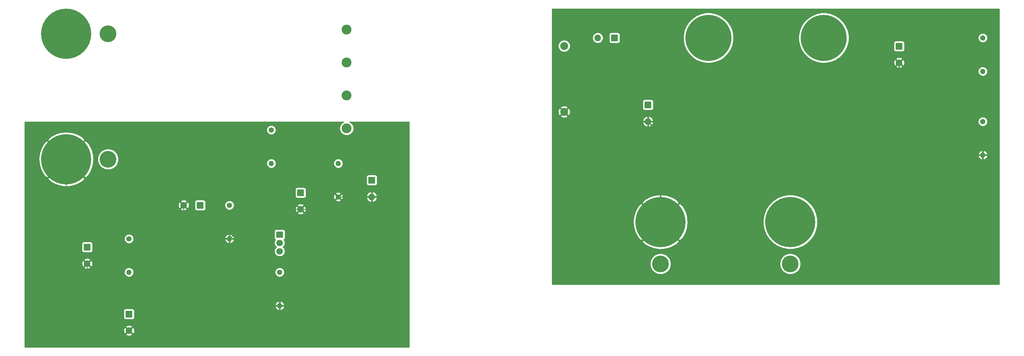
<source format=gbr>
G04 #@! TF.GenerationSoftware,KiCad,Pcbnew,(5.1.5)-3*
G04 #@! TF.CreationDate,2020-06-24T22:01:33+03:00*
G04 #@! TF.ProjectId,forward_converter_opto,666f7277-6172-4645-9f63-6f6e76657274,rev?*
G04 #@! TF.SameCoordinates,Original*
G04 #@! TF.FileFunction,Copper,L2,Bot*
G04 #@! TF.FilePolarity,Positive*
%FSLAX46Y46*%
G04 Gerber Fmt 4.6, Leading zero omitted, Abs format (unit mm)*
G04 Created by KiCad (PCBNEW (5.1.5)-3) date 2020-06-24 22:01:33*
%MOMM*%
%LPD*%
G04 APERTURE LIST*
%ADD10C,2.000000*%
%ADD11R,2.000000X2.000000*%
%ADD12C,3.000000*%
%ADD13C,2.400000*%
%ADD14R,2.000000X1.905000*%
%ADD15O,2.000000X1.905000*%
%ADD16O,2.000000X2.000000*%
%ADD17C,14.000000*%
%ADD18O,1.600000X1.600000*%
%ADD19C,1.600000*%
%ADD20C,15.240000*%
%ADD21C,5.080000*%
%ADD22C,0.250000*%
%ADD23C,0.400000*%
%ADD24C,0.254000*%
G04 APERTURE END LIST*
D10*
X243840000Y-35480000D03*
D11*
X243840000Y-30480000D03*
D12*
X76200000Y-25400000D03*
X76200000Y-35400000D03*
X76200000Y-45400000D03*
X76200000Y-55400000D03*
D13*
X142200000Y-30400000D03*
X142200000Y-50400000D03*
D14*
X55880000Y-87630000D03*
D15*
X55880000Y-90170000D03*
X55880000Y-92710000D03*
D10*
X-2540000Y-96440000D03*
D11*
X-2540000Y-91440000D03*
X10160000Y-111760000D03*
D10*
X10160000Y-116760000D03*
D11*
X31750000Y-78740000D03*
D10*
X26750000Y-78740000D03*
X62230000Y-79930000D03*
D11*
X62230000Y-74930000D03*
X83820000Y-71120000D03*
D16*
X83820000Y-76200000D03*
D11*
X157480000Y-27940000D03*
D16*
X152400000Y-27940000D03*
D11*
X167640000Y-48260000D03*
D16*
X167640000Y-53340000D03*
D17*
X185980000Y-27940000D03*
X220980000Y-27940000D03*
D18*
X10160000Y-99060000D03*
D19*
X10160000Y-88900000D03*
D18*
X40640000Y-88900000D03*
D19*
X40640000Y-78740000D03*
D18*
X53340000Y-66040000D03*
D19*
X53340000Y-55880000D03*
X73660000Y-76200000D03*
D18*
X73660000Y-66040000D03*
D19*
X55880000Y-99060000D03*
D18*
X55880000Y-109220000D03*
X269240000Y-38100000D03*
D19*
X269240000Y-27940000D03*
X269240000Y-53340000D03*
D18*
X269240000Y-63500000D03*
D20*
X-8890000Y-26670000D03*
D21*
X3810000Y-26670000D03*
X3810000Y-64770000D03*
D20*
X-8890000Y-64770000D03*
X210820000Y-83820000D03*
D21*
X210820000Y-96520000D03*
X171450000Y-96520000D03*
D20*
X171450000Y-83820000D03*
D22*
X-2540000Y-104060000D02*
X10160000Y-116760000D01*
X-2540000Y-96440000D02*
X-2540000Y-104060000D01*
X26750000Y-100170000D02*
X10160000Y-116760000D01*
X40640000Y-88900000D02*
X26670000Y-88900000D01*
X26750000Y-78740000D02*
X26670000Y-88900000D01*
X26670000Y-88900000D02*
X26750000Y-100170000D01*
X55880000Y-109220000D02*
X35560000Y-109220000D01*
X26750000Y-100410000D02*
X26750000Y-100170000D01*
X35560000Y-109220000D02*
X26750000Y-100410000D01*
X73660000Y-76200000D02*
X83820000Y-76200000D01*
X73660000Y-76200000D02*
X69850000Y-80010000D01*
X69770000Y-79930000D02*
X62230000Y-79930000D01*
X69850000Y-80010000D02*
X69770000Y-79930000D01*
X62230000Y-79930000D02*
X49610000Y-79930000D01*
X-8890000Y-90090000D02*
X-8890000Y-64770000D01*
X-2540000Y-96440000D02*
X-8890000Y-90090000D01*
X46990000Y-82550000D02*
X46990000Y-74930000D01*
X46990000Y-82550000D02*
X40640000Y-88900000D01*
X49610000Y-79930000D02*
X46990000Y-82550000D01*
X46990000Y-74930000D02*
X45720000Y-73660000D01*
D23*
X269240000Y-63500000D02*
X232410000Y-63500000D01*
X243840000Y-52070000D02*
X243840000Y-35480000D01*
X232410000Y-63500000D02*
X243840000Y-52070000D01*
X177800000Y-63500000D02*
X167640000Y-53340000D01*
X232410000Y-63500000D02*
X189230000Y-63500000D01*
X189230000Y-63500000D02*
X177800000Y-63500000D01*
X177800000Y-66693693D02*
X177800000Y-63500000D01*
X171450000Y-73043693D02*
X177800000Y-66693693D01*
X171450000Y-83820000D02*
X171450000Y-73043693D01*
D24*
G36*
X274193000Y-102743000D02*
G01*
X138557000Y-102743000D01*
X138557000Y-96207290D01*
X168275000Y-96207290D01*
X168275000Y-96832710D01*
X168397014Y-97446113D01*
X168636352Y-98023926D01*
X168983817Y-98543944D01*
X169426056Y-98986183D01*
X169946074Y-99333648D01*
X170523887Y-99572986D01*
X171137290Y-99695000D01*
X171762710Y-99695000D01*
X172376113Y-99572986D01*
X172953926Y-99333648D01*
X173473944Y-98986183D01*
X173916183Y-98543944D01*
X174263648Y-98023926D01*
X174502986Y-97446113D01*
X174625000Y-96832710D01*
X174625000Y-96207290D01*
X207645000Y-96207290D01*
X207645000Y-96832710D01*
X207767014Y-97446113D01*
X208006352Y-98023926D01*
X208353817Y-98543944D01*
X208796056Y-98986183D01*
X209316074Y-99333648D01*
X209893887Y-99572986D01*
X210507290Y-99695000D01*
X211132710Y-99695000D01*
X211746113Y-99572986D01*
X212323926Y-99333648D01*
X212843944Y-98986183D01*
X213286183Y-98543944D01*
X213633648Y-98023926D01*
X213872986Y-97446113D01*
X213995000Y-96832710D01*
X213995000Y-96207290D01*
X213872986Y-95593887D01*
X213633648Y-95016074D01*
X213286183Y-94496056D01*
X212843944Y-94053817D01*
X212323926Y-93706352D01*
X211746113Y-93467014D01*
X211132710Y-93345000D01*
X210507290Y-93345000D01*
X209893887Y-93467014D01*
X209316074Y-93706352D01*
X208796056Y-94053817D01*
X208353817Y-94496056D01*
X208006352Y-95016074D01*
X207767014Y-95593887D01*
X207645000Y-96207290D01*
X174625000Y-96207290D01*
X174502986Y-95593887D01*
X174263648Y-95016074D01*
X173916183Y-94496056D01*
X173473944Y-94053817D01*
X172953926Y-93706352D01*
X172376113Y-93467014D01*
X171762710Y-93345000D01*
X171137290Y-93345000D01*
X170523887Y-93467014D01*
X169946074Y-93706352D01*
X169426056Y-94053817D01*
X168983817Y-94496056D01*
X168636352Y-95016074D01*
X168397014Y-95593887D01*
X168275000Y-96207290D01*
X138557000Y-96207290D01*
X138557000Y-89662258D01*
X165787347Y-89662258D01*
X166677672Y-90604611D01*
X168092983Y-91405282D01*
X169637302Y-91914455D01*
X171251282Y-92112562D01*
X172872899Y-91991990D01*
X174439835Y-91557374D01*
X175891872Y-90825414D01*
X176222328Y-90604611D01*
X177112653Y-89662258D01*
X171450000Y-83999605D01*
X165787347Y-89662258D01*
X138557000Y-89662258D01*
X138557000Y-83621282D01*
X163157438Y-83621282D01*
X163278010Y-85242899D01*
X163712626Y-86809835D01*
X164444586Y-88261872D01*
X164665389Y-88592328D01*
X165607742Y-89482653D01*
X171270395Y-83820000D01*
X171629605Y-83820000D01*
X177292258Y-89482653D01*
X178234611Y-88592328D01*
X179035282Y-87177017D01*
X179544455Y-85632698D01*
X179742562Y-84018718D01*
X179667335Y-83006954D01*
X202565000Y-83006954D01*
X202565000Y-84633046D01*
X202882235Y-86227895D01*
X203504514Y-87730209D01*
X204407923Y-89082255D01*
X205557745Y-90232077D01*
X206909791Y-91135486D01*
X208412105Y-91757765D01*
X210006954Y-92075000D01*
X211633046Y-92075000D01*
X213227895Y-91757765D01*
X214730209Y-91135486D01*
X216082255Y-90232077D01*
X217232077Y-89082255D01*
X218135486Y-87730209D01*
X218757765Y-86227895D01*
X219075000Y-84633046D01*
X219075000Y-83006954D01*
X218757765Y-81412105D01*
X218135486Y-79909791D01*
X217232077Y-78557745D01*
X216082255Y-77407923D01*
X214730209Y-76504514D01*
X213227895Y-75882235D01*
X211633046Y-75565000D01*
X210006954Y-75565000D01*
X208412105Y-75882235D01*
X206909791Y-76504514D01*
X205557745Y-77407923D01*
X204407923Y-78557745D01*
X203504514Y-79909791D01*
X202882235Y-81412105D01*
X202565000Y-83006954D01*
X179667335Y-83006954D01*
X179621990Y-82397101D01*
X179187374Y-80830165D01*
X178455414Y-79378128D01*
X178234611Y-79047672D01*
X177292258Y-78157347D01*
X171629605Y-83820000D01*
X171270395Y-83820000D01*
X165607742Y-78157347D01*
X164665389Y-79047672D01*
X163864718Y-80462983D01*
X163355545Y-82007302D01*
X163157438Y-83621282D01*
X138557000Y-83621282D01*
X138557000Y-77977742D01*
X165787347Y-77977742D01*
X171450000Y-83640395D01*
X177112653Y-77977742D01*
X176222328Y-77035389D01*
X174807017Y-76234718D01*
X173262698Y-75725545D01*
X171648718Y-75527438D01*
X170027101Y-75648010D01*
X168460165Y-76082626D01*
X167008128Y-76814586D01*
X166677672Y-77035389D01*
X165787347Y-77977742D01*
X138557000Y-77977742D01*
X138557000Y-63849040D01*
X267848091Y-63849040D01*
X267942930Y-64113881D01*
X268087615Y-64355131D01*
X268276586Y-64563519D01*
X268502580Y-64731037D01*
X268756913Y-64851246D01*
X268890961Y-64891904D01*
X269113000Y-64769915D01*
X269113000Y-63627000D01*
X269367000Y-63627000D01*
X269367000Y-64769915D01*
X269589039Y-64891904D01*
X269723087Y-64851246D01*
X269977420Y-64731037D01*
X270203414Y-64563519D01*
X270392385Y-64355131D01*
X270537070Y-64113881D01*
X270631909Y-63849040D01*
X270510624Y-63627000D01*
X269367000Y-63627000D01*
X269113000Y-63627000D01*
X267969376Y-63627000D01*
X267848091Y-63849040D01*
X138557000Y-63849040D01*
X138557000Y-63150960D01*
X267848091Y-63150960D01*
X267969376Y-63373000D01*
X269113000Y-63373000D01*
X269113000Y-62230085D01*
X269367000Y-62230085D01*
X269367000Y-63373000D01*
X270510624Y-63373000D01*
X270631909Y-63150960D01*
X270537070Y-62886119D01*
X270392385Y-62644869D01*
X270203414Y-62436481D01*
X269977420Y-62268963D01*
X269723087Y-62148754D01*
X269589039Y-62108096D01*
X269367000Y-62230085D01*
X269113000Y-62230085D01*
X268890961Y-62108096D01*
X268756913Y-62148754D01*
X268502580Y-62268963D01*
X268276586Y-62436481D01*
X268087615Y-62644869D01*
X267942930Y-62886119D01*
X267848091Y-63150960D01*
X138557000Y-63150960D01*
X138557000Y-53720435D01*
X166049871Y-53720435D01*
X166154644Y-54023344D01*
X166316499Y-54299992D01*
X166529215Y-54539748D01*
X166784618Y-54733399D01*
X167072893Y-54873502D01*
X167259566Y-54930124D01*
X167513000Y-54810777D01*
X167513000Y-53467000D01*
X167767000Y-53467000D01*
X167767000Y-54810777D01*
X168020434Y-54930124D01*
X168207107Y-54873502D01*
X168495382Y-54733399D01*
X168750785Y-54539748D01*
X168963501Y-54299992D01*
X169125356Y-54023344D01*
X169230129Y-53720435D01*
X169111315Y-53467000D01*
X167767000Y-53467000D01*
X167513000Y-53467000D01*
X166168685Y-53467000D01*
X166049871Y-53720435D01*
X138557000Y-53720435D01*
X138557000Y-52959565D01*
X166049871Y-52959565D01*
X166168685Y-53213000D01*
X167513000Y-53213000D01*
X167513000Y-51869223D01*
X167767000Y-51869223D01*
X167767000Y-53213000D01*
X169111315Y-53213000D01*
X169118035Y-53198665D01*
X267805000Y-53198665D01*
X267805000Y-53481335D01*
X267860147Y-53758574D01*
X267968320Y-54019727D01*
X268125363Y-54254759D01*
X268325241Y-54454637D01*
X268560273Y-54611680D01*
X268821426Y-54719853D01*
X269098665Y-54775000D01*
X269381335Y-54775000D01*
X269658574Y-54719853D01*
X269919727Y-54611680D01*
X270154759Y-54454637D01*
X270354637Y-54254759D01*
X270511680Y-54019727D01*
X270619853Y-53758574D01*
X270675000Y-53481335D01*
X270675000Y-53198665D01*
X270619853Y-52921426D01*
X270511680Y-52660273D01*
X270354637Y-52425241D01*
X270154759Y-52225363D01*
X269919727Y-52068320D01*
X269658574Y-51960147D01*
X269381335Y-51905000D01*
X269098665Y-51905000D01*
X268821426Y-51960147D01*
X268560273Y-52068320D01*
X268325241Y-52225363D01*
X268125363Y-52425241D01*
X267968320Y-52660273D01*
X267860147Y-52921426D01*
X267805000Y-53198665D01*
X169118035Y-53198665D01*
X169230129Y-52959565D01*
X169125356Y-52656656D01*
X168963501Y-52380008D01*
X168750785Y-52140252D01*
X168495382Y-51946601D01*
X168207107Y-51806498D01*
X168020434Y-51749876D01*
X167767000Y-51869223D01*
X167513000Y-51869223D01*
X167259566Y-51749876D01*
X167072893Y-51806498D01*
X166784618Y-51946601D01*
X166529215Y-52140252D01*
X166316499Y-52380008D01*
X166154644Y-52656656D01*
X166049871Y-52959565D01*
X138557000Y-52959565D01*
X138557000Y-51677980D01*
X141101626Y-51677980D01*
X141221514Y-51962836D01*
X141545210Y-52123699D01*
X141894069Y-52218322D01*
X142254684Y-52243067D01*
X142613198Y-52196985D01*
X142955833Y-52081846D01*
X143178486Y-51962836D01*
X143298374Y-51677980D01*
X142200000Y-50579605D01*
X141101626Y-51677980D01*
X138557000Y-51677980D01*
X138557000Y-50454684D01*
X140356933Y-50454684D01*
X140403015Y-50813198D01*
X140518154Y-51155833D01*
X140637164Y-51378486D01*
X140922020Y-51498374D01*
X142020395Y-50400000D01*
X142379605Y-50400000D01*
X143477980Y-51498374D01*
X143762836Y-51378486D01*
X143923699Y-51054790D01*
X144018322Y-50705931D01*
X144043067Y-50345316D01*
X143996985Y-49986802D01*
X143881846Y-49644167D01*
X143762836Y-49421514D01*
X143477980Y-49301626D01*
X142379605Y-50400000D01*
X142020395Y-50400000D01*
X140922020Y-49301626D01*
X140637164Y-49421514D01*
X140476301Y-49745210D01*
X140381678Y-50094069D01*
X140356933Y-50454684D01*
X138557000Y-50454684D01*
X138557000Y-49122020D01*
X141101626Y-49122020D01*
X142200000Y-50220395D01*
X143298374Y-49122020D01*
X143178486Y-48837164D01*
X142854790Y-48676301D01*
X142505931Y-48581678D01*
X142145316Y-48556933D01*
X141786802Y-48603015D01*
X141444167Y-48718154D01*
X141221514Y-48837164D01*
X141101626Y-49122020D01*
X138557000Y-49122020D01*
X138557000Y-47260000D01*
X166001928Y-47260000D01*
X166001928Y-49260000D01*
X166014188Y-49384482D01*
X166050498Y-49504180D01*
X166109463Y-49614494D01*
X166188815Y-49711185D01*
X166285506Y-49790537D01*
X166395820Y-49849502D01*
X166515518Y-49885812D01*
X166640000Y-49898072D01*
X168640000Y-49898072D01*
X168764482Y-49885812D01*
X168884180Y-49849502D01*
X168994494Y-49790537D01*
X169091185Y-49711185D01*
X169170537Y-49614494D01*
X169229502Y-49504180D01*
X169265812Y-49384482D01*
X169278072Y-49260000D01*
X169278072Y-47260000D01*
X169265812Y-47135518D01*
X169229502Y-47015820D01*
X169170537Y-46905506D01*
X169091185Y-46808815D01*
X168994494Y-46729463D01*
X168884180Y-46670498D01*
X168764482Y-46634188D01*
X168640000Y-46621928D01*
X166640000Y-46621928D01*
X166515518Y-46634188D01*
X166395820Y-46670498D01*
X166285506Y-46729463D01*
X166188815Y-46808815D01*
X166109463Y-46905506D01*
X166050498Y-47015820D01*
X166014188Y-47135518D01*
X166001928Y-47260000D01*
X138557000Y-47260000D01*
X138557000Y-37958665D01*
X267805000Y-37958665D01*
X267805000Y-38241335D01*
X267860147Y-38518574D01*
X267968320Y-38779727D01*
X268125363Y-39014759D01*
X268325241Y-39214637D01*
X268560273Y-39371680D01*
X268821426Y-39479853D01*
X269098665Y-39535000D01*
X269381335Y-39535000D01*
X269658574Y-39479853D01*
X269919727Y-39371680D01*
X270154759Y-39214637D01*
X270354637Y-39014759D01*
X270511680Y-38779727D01*
X270619853Y-38518574D01*
X270675000Y-38241335D01*
X270675000Y-37958665D01*
X270619853Y-37681426D01*
X270511680Y-37420273D01*
X270354637Y-37185241D01*
X270154759Y-36985363D01*
X269919727Y-36828320D01*
X269658574Y-36720147D01*
X269381335Y-36665000D01*
X269098665Y-36665000D01*
X268821426Y-36720147D01*
X268560273Y-36828320D01*
X268325241Y-36985363D01*
X268125363Y-37185241D01*
X267968320Y-37420273D01*
X267860147Y-37681426D01*
X267805000Y-37958665D01*
X138557000Y-37958665D01*
X138557000Y-36615413D01*
X242884192Y-36615413D01*
X242979956Y-36879814D01*
X243269571Y-37020704D01*
X243581108Y-37102384D01*
X243902595Y-37121718D01*
X244221675Y-37077961D01*
X244526088Y-36972795D01*
X244700044Y-36879814D01*
X244795808Y-36615413D01*
X243840000Y-35659605D01*
X242884192Y-36615413D01*
X138557000Y-36615413D01*
X138557000Y-30219268D01*
X140365000Y-30219268D01*
X140365000Y-30580732D01*
X140435518Y-30935250D01*
X140573844Y-31269199D01*
X140774662Y-31569744D01*
X141030256Y-31825338D01*
X141330801Y-32026156D01*
X141664750Y-32164482D01*
X142019268Y-32235000D01*
X142380732Y-32235000D01*
X142735250Y-32164482D01*
X143069199Y-32026156D01*
X143369744Y-31825338D01*
X143625338Y-31569744D01*
X143826156Y-31269199D01*
X143964482Y-30935250D01*
X144035000Y-30580732D01*
X144035000Y-30219268D01*
X143964482Y-29864750D01*
X143826156Y-29530801D01*
X143625338Y-29230256D01*
X143369744Y-28974662D01*
X143069199Y-28773844D01*
X142735250Y-28635518D01*
X142380732Y-28565000D01*
X142019268Y-28565000D01*
X141664750Y-28635518D01*
X141330801Y-28773844D01*
X141030256Y-28974662D01*
X140774662Y-29230256D01*
X140573844Y-29530801D01*
X140435518Y-29864750D01*
X140365000Y-30219268D01*
X138557000Y-30219268D01*
X138557000Y-27778967D01*
X150765000Y-27778967D01*
X150765000Y-28101033D01*
X150827832Y-28416912D01*
X150951082Y-28714463D01*
X151130013Y-28982252D01*
X151357748Y-29209987D01*
X151625537Y-29388918D01*
X151923088Y-29512168D01*
X152238967Y-29575000D01*
X152561033Y-29575000D01*
X152876912Y-29512168D01*
X153174463Y-29388918D01*
X153442252Y-29209987D01*
X153669987Y-28982252D01*
X153848918Y-28714463D01*
X153972168Y-28416912D01*
X154035000Y-28101033D01*
X154035000Y-27778967D01*
X153972168Y-27463088D01*
X153848918Y-27165537D01*
X153698219Y-26940000D01*
X155841928Y-26940000D01*
X155841928Y-28940000D01*
X155854188Y-29064482D01*
X155890498Y-29184180D01*
X155949463Y-29294494D01*
X156028815Y-29391185D01*
X156125506Y-29470537D01*
X156235820Y-29529502D01*
X156355518Y-29565812D01*
X156480000Y-29578072D01*
X158480000Y-29578072D01*
X158604482Y-29565812D01*
X158724180Y-29529502D01*
X158834494Y-29470537D01*
X158931185Y-29391185D01*
X159010537Y-29294494D01*
X159069502Y-29184180D01*
X159105812Y-29064482D01*
X159118072Y-28940000D01*
X159118072Y-27188018D01*
X178345000Y-27188018D01*
X178345000Y-28691982D01*
X178638408Y-30167047D01*
X179213950Y-31556529D01*
X180049508Y-32807029D01*
X181112971Y-33870492D01*
X182363471Y-34706050D01*
X183752953Y-35281592D01*
X185228018Y-35575000D01*
X186731982Y-35575000D01*
X188207047Y-35281592D01*
X189596529Y-34706050D01*
X190847029Y-33870492D01*
X191910492Y-32807029D01*
X192746050Y-31556529D01*
X193321592Y-30167047D01*
X193615000Y-28691982D01*
X193615000Y-27188018D01*
X213345000Y-27188018D01*
X213345000Y-28691982D01*
X213638408Y-30167047D01*
X214213950Y-31556529D01*
X215049508Y-32807029D01*
X216112971Y-33870492D01*
X217363471Y-34706050D01*
X218752953Y-35281592D01*
X220228018Y-35575000D01*
X221731982Y-35575000D01*
X221894893Y-35542595D01*
X242198282Y-35542595D01*
X242242039Y-35861675D01*
X242347205Y-36166088D01*
X242440186Y-36340044D01*
X242704587Y-36435808D01*
X243660395Y-35480000D01*
X244019605Y-35480000D01*
X244975413Y-36435808D01*
X245239814Y-36340044D01*
X245380704Y-36050429D01*
X245462384Y-35738892D01*
X245481718Y-35417405D01*
X245437961Y-35098325D01*
X245332795Y-34793912D01*
X245239814Y-34619956D01*
X244975413Y-34524192D01*
X244019605Y-35480000D01*
X243660395Y-35480000D01*
X242704587Y-34524192D01*
X242440186Y-34619956D01*
X242299296Y-34909571D01*
X242217616Y-35221108D01*
X242198282Y-35542595D01*
X221894893Y-35542595D01*
X223207047Y-35281592D01*
X224596529Y-34706050D01*
X225137496Y-34344587D01*
X242884192Y-34344587D01*
X243840000Y-35300395D01*
X244795808Y-34344587D01*
X244700044Y-34080186D01*
X244410429Y-33939296D01*
X244098892Y-33857616D01*
X243777405Y-33838282D01*
X243458325Y-33882039D01*
X243153912Y-33987205D01*
X242979956Y-34080186D01*
X242884192Y-34344587D01*
X225137496Y-34344587D01*
X225847029Y-33870492D01*
X226910492Y-32807029D01*
X227746050Y-31556529D01*
X228321592Y-30167047D01*
X228458253Y-29480000D01*
X242201928Y-29480000D01*
X242201928Y-31480000D01*
X242214188Y-31604482D01*
X242250498Y-31724180D01*
X242309463Y-31834494D01*
X242388815Y-31931185D01*
X242485506Y-32010537D01*
X242595820Y-32069502D01*
X242715518Y-32105812D01*
X242840000Y-32118072D01*
X244840000Y-32118072D01*
X244964482Y-32105812D01*
X245084180Y-32069502D01*
X245194494Y-32010537D01*
X245291185Y-31931185D01*
X245370537Y-31834494D01*
X245429502Y-31724180D01*
X245465812Y-31604482D01*
X245478072Y-31480000D01*
X245478072Y-29480000D01*
X245465812Y-29355518D01*
X245429502Y-29235820D01*
X245370537Y-29125506D01*
X245291185Y-29028815D01*
X245194494Y-28949463D01*
X245084180Y-28890498D01*
X244964482Y-28854188D01*
X244840000Y-28841928D01*
X242840000Y-28841928D01*
X242715518Y-28854188D01*
X242595820Y-28890498D01*
X242485506Y-28949463D01*
X242388815Y-29028815D01*
X242309463Y-29125506D01*
X242250498Y-29235820D01*
X242214188Y-29355518D01*
X242201928Y-29480000D01*
X228458253Y-29480000D01*
X228615000Y-28691982D01*
X228615000Y-27798665D01*
X267805000Y-27798665D01*
X267805000Y-28081335D01*
X267860147Y-28358574D01*
X267968320Y-28619727D01*
X268125363Y-28854759D01*
X268325241Y-29054637D01*
X268560273Y-29211680D01*
X268821426Y-29319853D01*
X269098665Y-29375000D01*
X269381335Y-29375000D01*
X269658574Y-29319853D01*
X269919727Y-29211680D01*
X270154759Y-29054637D01*
X270354637Y-28854759D01*
X270511680Y-28619727D01*
X270619853Y-28358574D01*
X270675000Y-28081335D01*
X270675000Y-27798665D01*
X270619853Y-27521426D01*
X270511680Y-27260273D01*
X270354637Y-27025241D01*
X270154759Y-26825363D01*
X269919727Y-26668320D01*
X269658574Y-26560147D01*
X269381335Y-26505000D01*
X269098665Y-26505000D01*
X268821426Y-26560147D01*
X268560273Y-26668320D01*
X268325241Y-26825363D01*
X268125363Y-27025241D01*
X267968320Y-27260273D01*
X267860147Y-27521426D01*
X267805000Y-27798665D01*
X228615000Y-27798665D01*
X228615000Y-27188018D01*
X228321592Y-25712953D01*
X227746050Y-24323471D01*
X226910492Y-23072971D01*
X225847029Y-22009508D01*
X224596529Y-21173950D01*
X223207047Y-20598408D01*
X221731982Y-20305000D01*
X220228018Y-20305000D01*
X218752953Y-20598408D01*
X217363471Y-21173950D01*
X216112971Y-22009508D01*
X215049508Y-23072971D01*
X214213950Y-24323471D01*
X213638408Y-25712953D01*
X213345000Y-27188018D01*
X193615000Y-27188018D01*
X193321592Y-25712953D01*
X192746050Y-24323471D01*
X191910492Y-23072971D01*
X190847029Y-22009508D01*
X189596529Y-21173950D01*
X188207047Y-20598408D01*
X186731982Y-20305000D01*
X185228018Y-20305000D01*
X183752953Y-20598408D01*
X182363471Y-21173950D01*
X181112971Y-22009508D01*
X180049508Y-23072971D01*
X179213950Y-24323471D01*
X178638408Y-25712953D01*
X178345000Y-27188018D01*
X159118072Y-27188018D01*
X159118072Y-26940000D01*
X159105812Y-26815518D01*
X159069502Y-26695820D01*
X159010537Y-26585506D01*
X158931185Y-26488815D01*
X158834494Y-26409463D01*
X158724180Y-26350498D01*
X158604482Y-26314188D01*
X158480000Y-26301928D01*
X156480000Y-26301928D01*
X156355518Y-26314188D01*
X156235820Y-26350498D01*
X156125506Y-26409463D01*
X156028815Y-26488815D01*
X155949463Y-26585506D01*
X155890498Y-26695820D01*
X155854188Y-26815518D01*
X155841928Y-26940000D01*
X153698219Y-26940000D01*
X153669987Y-26897748D01*
X153442252Y-26670013D01*
X153174463Y-26491082D01*
X152876912Y-26367832D01*
X152561033Y-26305000D01*
X152238967Y-26305000D01*
X151923088Y-26367832D01*
X151625537Y-26491082D01*
X151357748Y-26670013D01*
X151130013Y-26897748D01*
X150951082Y-27165537D01*
X150827832Y-27463088D01*
X150765000Y-27778967D01*
X138557000Y-27778967D01*
X138557000Y-19177000D01*
X274193000Y-19177000D01*
X274193000Y-102743000D01*
G37*
X274193000Y-102743000D02*
X138557000Y-102743000D01*
X138557000Y-96207290D01*
X168275000Y-96207290D01*
X168275000Y-96832710D01*
X168397014Y-97446113D01*
X168636352Y-98023926D01*
X168983817Y-98543944D01*
X169426056Y-98986183D01*
X169946074Y-99333648D01*
X170523887Y-99572986D01*
X171137290Y-99695000D01*
X171762710Y-99695000D01*
X172376113Y-99572986D01*
X172953926Y-99333648D01*
X173473944Y-98986183D01*
X173916183Y-98543944D01*
X174263648Y-98023926D01*
X174502986Y-97446113D01*
X174625000Y-96832710D01*
X174625000Y-96207290D01*
X207645000Y-96207290D01*
X207645000Y-96832710D01*
X207767014Y-97446113D01*
X208006352Y-98023926D01*
X208353817Y-98543944D01*
X208796056Y-98986183D01*
X209316074Y-99333648D01*
X209893887Y-99572986D01*
X210507290Y-99695000D01*
X211132710Y-99695000D01*
X211746113Y-99572986D01*
X212323926Y-99333648D01*
X212843944Y-98986183D01*
X213286183Y-98543944D01*
X213633648Y-98023926D01*
X213872986Y-97446113D01*
X213995000Y-96832710D01*
X213995000Y-96207290D01*
X213872986Y-95593887D01*
X213633648Y-95016074D01*
X213286183Y-94496056D01*
X212843944Y-94053817D01*
X212323926Y-93706352D01*
X211746113Y-93467014D01*
X211132710Y-93345000D01*
X210507290Y-93345000D01*
X209893887Y-93467014D01*
X209316074Y-93706352D01*
X208796056Y-94053817D01*
X208353817Y-94496056D01*
X208006352Y-95016074D01*
X207767014Y-95593887D01*
X207645000Y-96207290D01*
X174625000Y-96207290D01*
X174502986Y-95593887D01*
X174263648Y-95016074D01*
X173916183Y-94496056D01*
X173473944Y-94053817D01*
X172953926Y-93706352D01*
X172376113Y-93467014D01*
X171762710Y-93345000D01*
X171137290Y-93345000D01*
X170523887Y-93467014D01*
X169946074Y-93706352D01*
X169426056Y-94053817D01*
X168983817Y-94496056D01*
X168636352Y-95016074D01*
X168397014Y-95593887D01*
X168275000Y-96207290D01*
X138557000Y-96207290D01*
X138557000Y-89662258D01*
X165787347Y-89662258D01*
X166677672Y-90604611D01*
X168092983Y-91405282D01*
X169637302Y-91914455D01*
X171251282Y-92112562D01*
X172872899Y-91991990D01*
X174439835Y-91557374D01*
X175891872Y-90825414D01*
X176222328Y-90604611D01*
X177112653Y-89662258D01*
X171450000Y-83999605D01*
X165787347Y-89662258D01*
X138557000Y-89662258D01*
X138557000Y-83621282D01*
X163157438Y-83621282D01*
X163278010Y-85242899D01*
X163712626Y-86809835D01*
X164444586Y-88261872D01*
X164665389Y-88592328D01*
X165607742Y-89482653D01*
X171270395Y-83820000D01*
X171629605Y-83820000D01*
X177292258Y-89482653D01*
X178234611Y-88592328D01*
X179035282Y-87177017D01*
X179544455Y-85632698D01*
X179742562Y-84018718D01*
X179667335Y-83006954D01*
X202565000Y-83006954D01*
X202565000Y-84633046D01*
X202882235Y-86227895D01*
X203504514Y-87730209D01*
X204407923Y-89082255D01*
X205557745Y-90232077D01*
X206909791Y-91135486D01*
X208412105Y-91757765D01*
X210006954Y-92075000D01*
X211633046Y-92075000D01*
X213227895Y-91757765D01*
X214730209Y-91135486D01*
X216082255Y-90232077D01*
X217232077Y-89082255D01*
X218135486Y-87730209D01*
X218757765Y-86227895D01*
X219075000Y-84633046D01*
X219075000Y-83006954D01*
X218757765Y-81412105D01*
X218135486Y-79909791D01*
X217232077Y-78557745D01*
X216082255Y-77407923D01*
X214730209Y-76504514D01*
X213227895Y-75882235D01*
X211633046Y-75565000D01*
X210006954Y-75565000D01*
X208412105Y-75882235D01*
X206909791Y-76504514D01*
X205557745Y-77407923D01*
X204407923Y-78557745D01*
X203504514Y-79909791D01*
X202882235Y-81412105D01*
X202565000Y-83006954D01*
X179667335Y-83006954D01*
X179621990Y-82397101D01*
X179187374Y-80830165D01*
X178455414Y-79378128D01*
X178234611Y-79047672D01*
X177292258Y-78157347D01*
X171629605Y-83820000D01*
X171270395Y-83820000D01*
X165607742Y-78157347D01*
X164665389Y-79047672D01*
X163864718Y-80462983D01*
X163355545Y-82007302D01*
X163157438Y-83621282D01*
X138557000Y-83621282D01*
X138557000Y-77977742D01*
X165787347Y-77977742D01*
X171450000Y-83640395D01*
X177112653Y-77977742D01*
X176222328Y-77035389D01*
X174807017Y-76234718D01*
X173262698Y-75725545D01*
X171648718Y-75527438D01*
X170027101Y-75648010D01*
X168460165Y-76082626D01*
X167008128Y-76814586D01*
X166677672Y-77035389D01*
X165787347Y-77977742D01*
X138557000Y-77977742D01*
X138557000Y-63849040D01*
X267848091Y-63849040D01*
X267942930Y-64113881D01*
X268087615Y-64355131D01*
X268276586Y-64563519D01*
X268502580Y-64731037D01*
X268756913Y-64851246D01*
X268890961Y-64891904D01*
X269113000Y-64769915D01*
X269113000Y-63627000D01*
X269367000Y-63627000D01*
X269367000Y-64769915D01*
X269589039Y-64891904D01*
X269723087Y-64851246D01*
X269977420Y-64731037D01*
X270203414Y-64563519D01*
X270392385Y-64355131D01*
X270537070Y-64113881D01*
X270631909Y-63849040D01*
X270510624Y-63627000D01*
X269367000Y-63627000D01*
X269113000Y-63627000D01*
X267969376Y-63627000D01*
X267848091Y-63849040D01*
X138557000Y-63849040D01*
X138557000Y-63150960D01*
X267848091Y-63150960D01*
X267969376Y-63373000D01*
X269113000Y-63373000D01*
X269113000Y-62230085D01*
X269367000Y-62230085D01*
X269367000Y-63373000D01*
X270510624Y-63373000D01*
X270631909Y-63150960D01*
X270537070Y-62886119D01*
X270392385Y-62644869D01*
X270203414Y-62436481D01*
X269977420Y-62268963D01*
X269723087Y-62148754D01*
X269589039Y-62108096D01*
X269367000Y-62230085D01*
X269113000Y-62230085D01*
X268890961Y-62108096D01*
X268756913Y-62148754D01*
X268502580Y-62268963D01*
X268276586Y-62436481D01*
X268087615Y-62644869D01*
X267942930Y-62886119D01*
X267848091Y-63150960D01*
X138557000Y-63150960D01*
X138557000Y-53720435D01*
X166049871Y-53720435D01*
X166154644Y-54023344D01*
X166316499Y-54299992D01*
X166529215Y-54539748D01*
X166784618Y-54733399D01*
X167072893Y-54873502D01*
X167259566Y-54930124D01*
X167513000Y-54810777D01*
X167513000Y-53467000D01*
X167767000Y-53467000D01*
X167767000Y-54810777D01*
X168020434Y-54930124D01*
X168207107Y-54873502D01*
X168495382Y-54733399D01*
X168750785Y-54539748D01*
X168963501Y-54299992D01*
X169125356Y-54023344D01*
X169230129Y-53720435D01*
X169111315Y-53467000D01*
X167767000Y-53467000D01*
X167513000Y-53467000D01*
X166168685Y-53467000D01*
X166049871Y-53720435D01*
X138557000Y-53720435D01*
X138557000Y-52959565D01*
X166049871Y-52959565D01*
X166168685Y-53213000D01*
X167513000Y-53213000D01*
X167513000Y-51869223D01*
X167767000Y-51869223D01*
X167767000Y-53213000D01*
X169111315Y-53213000D01*
X169118035Y-53198665D01*
X267805000Y-53198665D01*
X267805000Y-53481335D01*
X267860147Y-53758574D01*
X267968320Y-54019727D01*
X268125363Y-54254759D01*
X268325241Y-54454637D01*
X268560273Y-54611680D01*
X268821426Y-54719853D01*
X269098665Y-54775000D01*
X269381335Y-54775000D01*
X269658574Y-54719853D01*
X269919727Y-54611680D01*
X270154759Y-54454637D01*
X270354637Y-54254759D01*
X270511680Y-54019727D01*
X270619853Y-53758574D01*
X270675000Y-53481335D01*
X270675000Y-53198665D01*
X270619853Y-52921426D01*
X270511680Y-52660273D01*
X270354637Y-52425241D01*
X270154759Y-52225363D01*
X269919727Y-52068320D01*
X269658574Y-51960147D01*
X269381335Y-51905000D01*
X269098665Y-51905000D01*
X268821426Y-51960147D01*
X268560273Y-52068320D01*
X268325241Y-52225363D01*
X268125363Y-52425241D01*
X267968320Y-52660273D01*
X267860147Y-52921426D01*
X267805000Y-53198665D01*
X169118035Y-53198665D01*
X169230129Y-52959565D01*
X169125356Y-52656656D01*
X168963501Y-52380008D01*
X168750785Y-52140252D01*
X168495382Y-51946601D01*
X168207107Y-51806498D01*
X168020434Y-51749876D01*
X167767000Y-51869223D01*
X167513000Y-51869223D01*
X167259566Y-51749876D01*
X167072893Y-51806498D01*
X166784618Y-51946601D01*
X166529215Y-52140252D01*
X166316499Y-52380008D01*
X166154644Y-52656656D01*
X166049871Y-52959565D01*
X138557000Y-52959565D01*
X138557000Y-51677980D01*
X141101626Y-51677980D01*
X141221514Y-51962836D01*
X141545210Y-52123699D01*
X141894069Y-52218322D01*
X142254684Y-52243067D01*
X142613198Y-52196985D01*
X142955833Y-52081846D01*
X143178486Y-51962836D01*
X143298374Y-51677980D01*
X142200000Y-50579605D01*
X141101626Y-51677980D01*
X138557000Y-51677980D01*
X138557000Y-50454684D01*
X140356933Y-50454684D01*
X140403015Y-50813198D01*
X140518154Y-51155833D01*
X140637164Y-51378486D01*
X140922020Y-51498374D01*
X142020395Y-50400000D01*
X142379605Y-50400000D01*
X143477980Y-51498374D01*
X143762836Y-51378486D01*
X143923699Y-51054790D01*
X144018322Y-50705931D01*
X144043067Y-50345316D01*
X143996985Y-49986802D01*
X143881846Y-49644167D01*
X143762836Y-49421514D01*
X143477980Y-49301626D01*
X142379605Y-50400000D01*
X142020395Y-50400000D01*
X140922020Y-49301626D01*
X140637164Y-49421514D01*
X140476301Y-49745210D01*
X140381678Y-50094069D01*
X140356933Y-50454684D01*
X138557000Y-50454684D01*
X138557000Y-49122020D01*
X141101626Y-49122020D01*
X142200000Y-50220395D01*
X143298374Y-49122020D01*
X143178486Y-48837164D01*
X142854790Y-48676301D01*
X142505931Y-48581678D01*
X142145316Y-48556933D01*
X141786802Y-48603015D01*
X141444167Y-48718154D01*
X141221514Y-48837164D01*
X141101626Y-49122020D01*
X138557000Y-49122020D01*
X138557000Y-47260000D01*
X166001928Y-47260000D01*
X166001928Y-49260000D01*
X166014188Y-49384482D01*
X166050498Y-49504180D01*
X166109463Y-49614494D01*
X166188815Y-49711185D01*
X166285506Y-49790537D01*
X166395820Y-49849502D01*
X166515518Y-49885812D01*
X166640000Y-49898072D01*
X168640000Y-49898072D01*
X168764482Y-49885812D01*
X168884180Y-49849502D01*
X168994494Y-49790537D01*
X169091185Y-49711185D01*
X169170537Y-49614494D01*
X169229502Y-49504180D01*
X169265812Y-49384482D01*
X169278072Y-49260000D01*
X169278072Y-47260000D01*
X169265812Y-47135518D01*
X169229502Y-47015820D01*
X169170537Y-46905506D01*
X169091185Y-46808815D01*
X168994494Y-46729463D01*
X168884180Y-46670498D01*
X168764482Y-46634188D01*
X168640000Y-46621928D01*
X166640000Y-46621928D01*
X166515518Y-46634188D01*
X166395820Y-46670498D01*
X166285506Y-46729463D01*
X166188815Y-46808815D01*
X166109463Y-46905506D01*
X166050498Y-47015820D01*
X166014188Y-47135518D01*
X166001928Y-47260000D01*
X138557000Y-47260000D01*
X138557000Y-37958665D01*
X267805000Y-37958665D01*
X267805000Y-38241335D01*
X267860147Y-38518574D01*
X267968320Y-38779727D01*
X268125363Y-39014759D01*
X268325241Y-39214637D01*
X268560273Y-39371680D01*
X268821426Y-39479853D01*
X269098665Y-39535000D01*
X269381335Y-39535000D01*
X269658574Y-39479853D01*
X269919727Y-39371680D01*
X270154759Y-39214637D01*
X270354637Y-39014759D01*
X270511680Y-38779727D01*
X270619853Y-38518574D01*
X270675000Y-38241335D01*
X270675000Y-37958665D01*
X270619853Y-37681426D01*
X270511680Y-37420273D01*
X270354637Y-37185241D01*
X270154759Y-36985363D01*
X269919727Y-36828320D01*
X269658574Y-36720147D01*
X269381335Y-36665000D01*
X269098665Y-36665000D01*
X268821426Y-36720147D01*
X268560273Y-36828320D01*
X268325241Y-36985363D01*
X268125363Y-37185241D01*
X267968320Y-37420273D01*
X267860147Y-37681426D01*
X267805000Y-37958665D01*
X138557000Y-37958665D01*
X138557000Y-36615413D01*
X242884192Y-36615413D01*
X242979956Y-36879814D01*
X243269571Y-37020704D01*
X243581108Y-37102384D01*
X243902595Y-37121718D01*
X244221675Y-37077961D01*
X244526088Y-36972795D01*
X244700044Y-36879814D01*
X244795808Y-36615413D01*
X243840000Y-35659605D01*
X242884192Y-36615413D01*
X138557000Y-36615413D01*
X138557000Y-30219268D01*
X140365000Y-30219268D01*
X140365000Y-30580732D01*
X140435518Y-30935250D01*
X140573844Y-31269199D01*
X140774662Y-31569744D01*
X141030256Y-31825338D01*
X141330801Y-32026156D01*
X141664750Y-32164482D01*
X142019268Y-32235000D01*
X142380732Y-32235000D01*
X142735250Y-32164482D01*
X143069199Y-32026156D01*
X143369744Y-31825338D01*
X143625338Y-31569744D01*
X143826156Y-31269199D01*
X143964482Y-30935250D01*
X144035000Y-30580732D01*
X144035000Y-30219268D01*
X143964482Y-29864750D01*
X143826156Y-29530801D01*
X143625338Y-29230256D01*
X143369744Y-28974662D01*
X143069199Y-28773844D01*
X142735250Y-28635518D01*
X142380732Y-28565000D01*
X142019268Y-28565000D01*
X141664750Y-28635518D01*
X141330801Y-28773844D01*
X141030256Y-28974662D01*
X140774662Y-29230256D01*
X140573844Y-29530801D01*
X140435518Y-29864750D01*
X140365000Y-30219268D01*
X138557000Y-30219268D01*
X138557000Y-27778967D01*
X150765000Y-27778967D01*
X150765000Y-28101033D01*
X150827832Y-28416912D01*
X150951082Y-28714463D01*
X151130013Y-28982252D01*
X151357748Y-29209987D01*
X151625537Y-29388918D01*
X151923088Y-29512168D01*
X152238967Y-29575000D01*
X152561033Y-29575000D01*
X152876912Y-29512168D01*
X153174463Y-29388918D01*
X153442252Y-29209987D01*
X153669987Y-28982252D01*
X153848918Y-28714463D01*
X153972168Y-28416912D01*
X154035000Y-28101033D01*
X154035000Y-27778967D01*
X153972168Y-27463088D01*
X153848918Y-27165537D01*
X153698219Y-26940000D01*
X155841928Y-26940000D01*
X155841928Y-28940000D01*
X155854188Y-29064482D01*
X155890498Y-29184180D01*
X155949463Y-29294494D01*
X156028815Y-29391185D01*
X156125506Y-29470537D01*
X156235820Y-29529502D01*
X156355518Y-29565812D01*
X156480000Y-29578072D01*
X158480000Y-29578072D01*
X158604482Y-29565812D01*
X158724180Y-29529502D01*
X158834494Y-29470537D01*
X158931185Y-29391185D01*
X159010537Y-29294494D01*
X159069502Y-29184180D01*
X159105812Y-29064482D01*
X159118072Y-28940000D01*
X159118072Y-27188018D01*
X178345000Y-27188018D01*
X178345000Y-28691982D01*
X178638408Y-30167047D01*
X179213950Y-31556529D01*
X180049508Y-32807029D01*
X181112971Y-33870492D01*
X182363471Y-34706050D01*
X183752953Y-35281592D01*
X185228018Y-35575000D01*
X186731982Y-35575000D01*
X188207047Y-35281592D01*
X189596529Y-34706050D01*
X190847029Y-33870492D01*
X191910492Y-32807029D01*
X192746050Y-31556529D01*
X193321592Y-30167047D01*
X193615000Y-28691982D01*
X193615000Y-27188018D01*
X213345000Y-27188018D01*
X213345000Y-28691982D01*
X213638408Y-30167047D01*
X214213950Y-31556529D01*
X215049508Y-32807029D01*
X216112971Y-33870492D01*
X217363471Y-34706050D01*
X218752953Y-35281592D01*
X220228018Y-35575000D01*
X221731982Y-35575000D01*
X221894893Y-35542595D01*
X242198282Y-35542595D01*
X242242039Y-35861675D01*
X242347205Y-36166088D01*
X242440186Y-36340044D01*
X242704587Y-36435808D01*
X243660395Y-35480000D01*
X244019605Y-35480000D01*
X244975413Y-36435808D01*
X245239814Y-36340044D01*
X245380704Y-36050429D01*
X245462384Y-35738892D01*
X245481718Y-35417405D01*
X245437961Y-35098325D01*
X245332795Y-34793912D01*
X245239814Y-34619956D01*
X244975413Y-34524192D01*
X244019605Y-35480000D01*
X243660395Y-35480000D01*
X242704587Y-34524192D01*
X242440186Y-34619956D01*
X242299296Y-34909571D01*
X242217616Y-35221108D01*
X242198282Y-35542595D01*
X221894893Y-35542595D01*
X223207047Y-35281592D01*
X224596529Y-34706050D01*
X225137496Y-34344587D01*
X242884192Y-34344587D01*
X243840000Y-35300395D01*
X244795808Y-34344587D01*
X244700044Y-34080186D01*
X244410429Y-33939296D01*
X244098892Y-33857616D01*
X243777405Y-33838282D01*
X243458325Y-33882039D01*
X243153912Y-33987205D01*
X242979956Y-34080186D01*
X242884192Y-34344587D01*
X225137496Y-34344587D01*
X225847029Y-33870492D01*
X226910492Y-32807029D01*
X227746050Y-31556529D01*
X228321592Y-30167047D01*
X228458253Y-29480000D01*
X242201928Y-29480000D01*
X242201928Y-31480000D01*
X242214188Y-31604482D01*
X242250498Y-31724180D01*
X242309463Y-31834494D01*
X242388815Y-31931185D01*
X242485506Y-32010537D01*
X242595820Y-32069502D01*
X242715518Y-32105812D01*
X242840000Y-32118072D01*
X244840000Y-32118072D01*
X244964482Y-32105812D01*
X245084180Y-32069502D01*
X245194494Y-32010537D01*
X245291185Y-31931185D01*
X245370537Y-31834494D01*
X245429502Y-31724180D01*
X245465812Y-31604482D01*
X245478072Y-31480000D01*
X245478072Y-29480000D01*
X245465812Y-29355518D01*
X245429502Y-29235820D01*
X245370537Y-29125506D01*
X245291185Y-29028815D01*
X245194494Y-28949463D01*
X245084180Y-28890498D01*
X244964482Y-28854188D01*
X244840000Y-28841928D01*
X242840000Y-28841928D01*
X242715518Y-28854188D01*
X242595820Y-28890498D01*
X242485506Y-28949463D01*
X242388815Y-29028815D01*
X242309463Y-29125506D01*
X242250498Y-29235820D01*
X242214188Y-29355518D01*
X242201928Y-29480000D01*
X228458253Y-29480000D01*
X228615000Y-28691982D01*
X228615000Y-27798665D01*
X267805000Y-27798665D01*
X267805000Y-28081335D01*
X267860147Y-28358574D01*
X267968320Y-28619727D01*
X268125363Y-28854759D01*
X268325241Y-29054637D01*
X268560273Y-29211680D01*
X268821426Y-29319853D01*
X269098665Y-29375000D01*
X269381335Y-29375000D01*
X269658574Y-29319853D01*
X269919727Y-29211680D01*
X270154759Y-29054637D01*
X270354637Y-28854759D01*
X270511680Y-28619727D01*
X270619853Y-28358574D01*
X270675000Y-28081335D01*
X270675000Y-27798665D01*
X270619853Y-27521426D01*
X270511680Y-27260273D01*
X270354637Y-27025241D01*
X270154759Y-26825363D01*
X269919727Y-26668320D01*
X269658574Y-26560147D01*
X269381335Y-26505000D01*
X269098665Y-26505000D01*
X268821426Y-26560147D01*
X268560273Y-26668320D01*
X268325241Y-26825363D01*
X268125363Y-27025241D01*
X267968320Y-27260273D01*
X267860147Y-27521426D01*
X267805000Y-27798665D01*
X228615000Y-27798665D01*
X228615000Y-27188018D01*
X228321592Y-25712953D01*
X227746050Y-24323471D01*
X226910492Y-23072971D01*
X225847029Y-22009508D01*
X224596529Y-21173950D01*
X223207047Y-20598408D01*
X221731982Y-20305000D01*
X220228018Y-20305000D01*
X218752953Y-20598408D01*
X217363471Y-21173950D01*
X216112971Y-22009508D01*
X215049508Y-23072971D01*
X214213950Y-24323471D01*
X213638408Y-25712953D01*
X213345000Y-27188018D01*
X193615000Y-27188018D01*
X193321592Y-25712953D01*
X192746050Y-24323471D01*
X191910492Y-23072971D01*
X190847029Y-22009508D01*
X189596529Y-21173950D01*
X188207047Y-20598408D01*
X186731982Y-20305000D01*
X185228018Y-20305000D01*
X183752953Y-20598408D01*
X182363471Y-21173950D01*
X181112971Y-22009508D01*
X180049508Y-23072971D01*
X179213950Y-24323471D01*
X178638408Y-25712953D01*
X178345000Y-27188018D01*
X159118072Y-27188018D01*
X159118072Y-26940000D01*
X159105812Y-26815518D01*
X159069502Y-26695820D01*
X159010537Y-26585506D01*
X158931185Y-26488815D01*
X158834494Y-26409463D01*
X158724180Y-26350498D01*
X158604482Y-26314188D01*
X158480000Y-26301928D01*
X156480000Y-26301928D01*
X156355518Y-26314188D01*
X156235820Y-26350498D01*
X156125506Y-26409463D01*
X156028815Y-26488815D01*
X155949463Y-26585506D01*
X155890498Y-26695820D01*
X155854188Y-26815518D01*
X155841928Y-26940000D01*
X153698219Y-26940000D01*
X153669987Y-26897748D01*
X153442252Y-26670013D01*
X153174463Y-26491082D01*
X152876912Y-26367832D01*
X152561033Y-26305000D01*
X152238967Y-26305000D01*
X151923088Y-26367832D01*
X151625537Y-26491082D01*
X151357748Y-26670013D01*
X151130013Y-26897748D01*
X150951082Y-27165537D01*
X150827832Y-27463088D01*
X150765000Y-27778967D01*
X138557000Y-27778967D01*
X138557000Y-19177000D01*
X274193000Y-19177000D01*
X274193000Y-102743000D01*
G36*
X75188698Y-53507988D02*
G01*
X74839017Y-53741637D01*
X74541637Y-54039017D01*
X74307988Y-54388698D01*
X74147047Y-54777244D01*
X74065000Y-55189721D01*
X74065000Y-55610279D01*
X74147047Y-56022756D01*
X74307988Y-56411302D01*
X74541637Y-56760983D01*
X74839017Y-57058363D01*
X75188698Y-57292012D01*
X75577244Y-57452953D01*
X75989721Y-57535000D01*
X76410279Y-57535000D01*
X76822756Y-57452953D01*
X77211302Y-57292012D01*
X77560983Y-57058363D01*
X77858363Y-56760983D01*
X78092012Y-56411302D01*
X78252953Y-56022756D01*
X78335000Y-55610279D01*
X78335000Y-55189721D01*
X78252953Y-54777244D01*
X78092012Y-54388698D01*
X77858363Y-54039017D01*
X77560983Y-53741637D01*
X77211302Y-53507988D01*
X77112348Y-53467000D01*
X95123000Y-53467000D01*
X95123000Y-121793000D01*
X-21463000Y-121793000D01*
X-21463000Y-117895413D01*
X9204192Y-117895413D01*
X9299956Y-118159814D01*
X9589571Y-118300704D01*
X9901108Y-118382384D01*
X10222595Y-118401718D01*
X10541675Y-118357961D01*
X10846088Y-118252795D01*
X11020044Y-118159814D01*
X11115808Y-117895413D01*
X10160000Y-116939605D01*
X9204192Y-117895413D01*
X-21463000Y-117895413D01*
X-21463000Y-116822595D01*
X8518282Y-116822595D01*
X8562039Y-117141675D01*
X8667205Y-117446088D01*
X8760186Y-117620044D01*
X9024587Y-117715808D01*
X9980395Y-116760000D01*
X10339605Y-116760000D01*
X11295413Y-117715808D01*
X11559814Y-117620044D01*
X11700704Y-117330429D01*
X11782384Y-117018892D01*
X11801718Y-116697405D01*
X11757961Y-116378325D01*
X11652795Y-116073912D01*
X11559814Y-115899956D01*
X11295413Y-115804192D01*
X10339605Y-116760000D01*
X9980395Y-116760000D01*
X9024587Y-115804192D01*
X8760186Y-115899956D01*
X8619296Y-116189571D01*
X8537616Y-116501108D01*
X8518282Y-116822595D01*
X-21463000Y-116822595D01*
X-21463000Y-115624587D01*
X9204192Y-115624587D01*
X10160000Y-116580395D01*
X11115808Y-115624587D01*
X11020044Y-115360186D01*
X10730429Y-115219296D01*
X10418892Y-115137616D01*
X10097405Y-115118282D01*
X9778325Y-115162039D01*
X9473912Y-115267205D01*
X9299956Y-115360186D01*
X9204192Y-115624587D01*
X-21463000Y-115624587D01*
X-21463000Y-110760000D01*
X8521928Y-110760000D01*
X8521928Y-112760000D01*
X8534188Y-112884482D01*
X8570498Y-113004180D01*
X8629463Y-113114494D01*
X8708815Y-113211185D01*
X8805506Y-113290537D01*
X8915820Y-113349502D01*
X9035518Y-113385812D01*
X9160000Y-113398072D01*
X11160000Y-113398072D01*
X11284482Y-113385812D01*
X11404180Y-113349502D01*
X11514494Y-113290537D01*
X11611185Y-113211185D01*
X11690537Y-113114494D01*
X11749502Y-113004180D01*
X11785812Y-112884482D01*
X11798072Y-112760000D01*
X11798072Y-110760000D01*
X11785812Y-110635518D01*
X11749502Y-110515820D01*
X11690537Y-110405506D01*
X11611185Y-110308815D01*
X11514494Y-110229463D01*
X11404180Y-110170498D01*
X11284482Y-110134188D01*
X11160000Y-110121928D01*
X9160000Y-110121928D01*
X9035518Y-110134188D01*
X8915820Y-110170498D01*
X8805506Y-110229463D01*
X8708815Y-110308815D01*
X8629463Y-110405506D01*
X8570498Y-110515820D01*
X8534188Y-110635518D01*
X8521928Y-110760000D01*
X-21463000Y-110760000D01*
X-21463000Y-109569040D01*
X54488091Y-109569040D01*
X54582930Y-109833881D01*
X54727615Y-110075131D01*
X54916586Y-110283519D01*
X55142580Y-110451037D01*
X55396913Y-110571246D01*
X55530961Y-110611904D01*
X55753000Y-110489915D01*
X55753000Y-109347000D01*
X56007000Y-109347000D01*
X56007000Y-110489915D01*
X56229039Y-110611904D01*
X56363087Y-110571246D01*
X56617420Y-110451037D01*
X56843414Y-110283519D01*
X57032385Y-110075131D01*
X57177070Y-109833881D01*
X57271909Y-109569040D01*
X57150624Y-109347000D01*
X56007000Y-109347000D01*
X55753000Y-109347000D01*
X54609376Y-109347000D01*
X54488091Y-109569040D01*
X-21463000Y-109569040D01*
X-21463000Y-108870960D01*
X54488091Y-108870960D01*
X54609376Y-109093000D01*
X55753000Y-109093000D01*
X55753000Y-107950085D01*
X56007000Y-107950085D01*
X56007000Y-109093000D01*
X57150624Y-109093000D01*
X57271909Y-108870960D01*
X57177070Y-108606119D01*
X57032385Y-108364869D01*
X56843414Y-108156481D01*
X56617420Y-107988963D01*
X56363087Y-107868754D01*
X56229039Y-107828096D01*
X56007000Y-107950085D01*
X55753000Y-107950085D01*
X55530961Y-107828096D01*
X55396913Y-107868754D01*
X55142580Y-107988963D01*
X54916586Y-108156481D01*
X54727615Y-108364869D01*
X54582930Y-108606119D01*
X54488091Y-108870960D01*
X-21463000Y-108870960D01*
X-21463000Y-98918665D01*
X8725000Y-98918665D01*
X8725000Y-99201335D01*
X8780147Y-99478574D01*
X8888320Y-99739727D01*
X9045363Y-99974759D01*
X9245241Y-100174637D01*
X9480273Y-100331680D01*
X9741426Y-100439853D01*
X10018665Y-100495000D01*
X10301335Y-100495000D01*
X10578574Y-100439853D01*
X10839727Y-100331680D01*
X11074759Y-100174637D01*
X11274637Y-99974759D01*
X11431680Y-99739727D01*
X11539853Y-99478574D01*
X11595000Y-99201335D01*
X11595000Y-98918665D01*
X54445000Y-98918665D01*
X54445000Y-99201335D01*
X54500147Y-99478574D01*
X54608320Y-99739727D01*
X54765363Y-99974759D01*
X54965241Y-100174637D01*
X55200273Y-100331680D01*
X55461426Y-100439853D01*
X55738665Y-100495000D01*
X56021335Y-100495000D01*
X56298574Y-100439853D01*
X56559727Y-100331680D01*
X56794759Y-100174637D01*
X56994637Y-99974759D01*
X57151680Y-99739727D01*
X57259853Y-99478574D01*
X57315000Y-99201335D01*
X57315000Y-98918665D01*
X57259853Y-98641426D01*
X57151680Y-98380273D01*
X56994637Y-98145241D01*
X56794759Y-97945363D01*
X56559727Y-97788320D01*
X56298574Y-97680147D01*
X56021335Y-97625000D01*
X55738665Y-97625000D01*
X55461426Y-97680147D01*
X55200273Y-97788320D01*
X54965241Y-97945363D01*
X54765363Y-98145241D01*
X54608320Y-98380273D01*
X54500147Y-98641426D01*
X54445000Y-98918665D01*
X11595000Y-98918665D01*
X11539853Y-98641426D01*
X11431680Y-98380273D01*
X11274637Y-98145241D01*
X11074759Y-97945363D01*
X10839727Y-97788320D01*
X10578574Y-97680147D01*
X10301335Y-97625000D01*
X10018665Y-97625000D01*
X9741426Y-97680147D01*
X9480273Y-97788320D01*
X9245241Y-97945363D01*
X9045363Y-98145241D01*
X8888320Y-98380273D01*
X8780147Y-98641426D01*
X8725000Y-98918665D01*
X-21463000Y-98918665D01*
X-21463000Y-97575413D01*
X-3495808Y-97575413D01*
X-3400044Y-97839814D01*
X-3110429Y-97980704D01*
X-2798892Y-98062384D01*
X-2477405Y-98081718D01*
X-2158325Y-98037961D01*
X-1853912Y-97932795D01*
X-1679956Y-97839814D01*
X-1584192Y-97575413D01*
X-2540000Y-96619605D01*
X-3495808Y-97575413D01*
X-21463000Y-97575413D01*
X-21463000Y-96502595D01*
X-4181718Y-96502595D01*
X-4137961Y-96821675D01*
X-4032795Y-97126088D01*
X-3939814Y-97300044D01*
X-3675413Y-97395808D01*
X-2719605Y-96440000D01*
X-2360395Y-96440000D01*
X-1404587Y-97395808D01*
X-1140186Y-97300044D01*
X-999296Y-97010429D01*
X-917616Y-96698892D01*
X-898282Y-96377405D01*
X-942039Y-96058325D01*
X-1047205Y-95753912D01*
X-1140186Y-95579956D01*
X-1404587Y-95484192D01*
X-2360395Y-96440000D01*
X-2719605Y-96440000D01*
X-3675413Y-95484192D01*
X-3939814Y-95579956D01*
X-4080704Y-95869571D01*
X-4162384Y-96181108D01*
X-4181718Y-96502595D01*
X-21463000Y-96502595D01*
X-21463000Y-95304587D01*
X-3495808Y-95304587D01*
X-2540000Y-96260395D01*
X-1584192Y-95304587D01*
X-1679956Y-95040186D01*
X-1969571Y-94899296D01*
X-2281108Y-94817616D01*
X-2602595Y-94798282D01*
X-2921675Y-94842039D01*
X-3226088Y-94947205D01*
X-3400044Y-95040186D01*
X-3495808Y-95304587D01*
X-21463000Y-95304587D01*
X-21463000Y-90440000D01*
X-4178072Y-90440000D01*
X-4178072Y-92440000D01*
X-4165812Y-92564482D01*
X-4129502Y-92684180D01*
X-4070537Y-92794494D01*
X-3991185Y-92891185D01*
X-3894494Y-92970537D01*
X-3784180Y-93029502D01*
X-3664482Y-93065812D01*
X-3540000Y-93078072D01*
X-1540000Y-93078072D01*
X-1415518Y-93065812D01*
X-1295820Y-93029502D01*
X-1185506Y-92970537D01*
X-1088815Y-92891185D01*
X-1009463Y-92794494D01*
X-950498Y-92684180D01*
X-914188Y-92564482D01*
X-901928Y-92440000D01*
X-901928Y-90440000D01*
X-914188Y-90315518D01*
X-950498Y-90195820D01*
X-1009463Y-90085506D01*
X-1088815Y-89988815D01*
X-1185506Y-89909463D01*
X-1295820Y-89850498D01*
X-1415518Y-89814188D01*
X-1540000Y-89801928D01*
X-3540000Y-89801928D01*
X-3664482Y-89814188D01*
X-3784180Y-89850498D01*
X-3894494Y-89909463D01*
X-3991185Y-89988815D01*
X-4070537Y-90085506D01*
X-4129502Y-90195820D01*
X-4165812Y-90315518D01*
X-4178072Y-90440000D01*
X-21463000Y-90440000D01*
X-21463000Y-88758665D01*
X8725000Y-88758665D01*
X8725000Y-89041335D01*
X8780147Y-89318574D01*
X8888320Y-89579727D01*
X9045363Y-89814759D01*
X9245241Y-90014637D01*
X9480273Y-90171680D01*
X9741426Y-90279853D01*
X10018665Y-90335000D01*
X10301335Y-90335000D01*
X10578574Y-90279853D01*
X10839727Y-90171680D01*
X11074759Y-90014637D01*
X11274637Y-89814759D01*
X11431680Y-89579727D01*
X11539853Y-89318574D01*
X11553684Y-89249040D01*
X39248091Y-89249040D01*
X39342930Y-89513881D01*
X39487615Y-89755131D01*
X39676586Y-89963519D01*
X39902580Y-90131037D01*
X40156913Y-90251246D01*
X40290961Y-90291904D01*
X40513000Y-90169915D01*
X40513000Y-89027000D01*
X40767000Y-89027000D01*
X40767000Y-90169915D01*
X40989039Y-90291904D01*
X41123087Y-90251246D01*
X41294983Y-90170000D01*
X54237319Y-90170000D01*
X54267970Y-90481204D01*
X54358745Y-90780449D01*
X54506155Y-91056235D01*
X54704537Y-91297963D01*
X54877609Y-91440000D01*
X54704537Y-91582037D01*
X54506155Y-91823765D01*
X54358745Y-92099551D01*
X54267970Y-92398796D01*
X54237319Y-92710000D01*
X54267970Y-93021204D01*
X54358745Y-93320449D01*
X54506155Y-93596235D01*
X54704537Y-93837963D01*
X54946265Y-94036345D01*
X55222051Y-94183755D01*
X55521296Y-94274530D01*
X55754514Y-94297500D01*
X56005486Y-94297500D01*
X56238704Y-94274530D01*
X56537949Y-94183755D01*
X56813735Y-94036345D01*
X57055463Y-93837963D01*
X57253845Y-93596235D01*
X57401255Y-93320449D01*
X57492030Y-93021204D01*
X57522681Y-92710000D01*
X57492030Y-92398796D01*
X57401255Y-92099551D01*
X57253845Y-91823765D01*
X57055463Y-91582037D01*
X56882391Y-91440000D01*
X57055463Y-91297963D01*
X57253845Y-91056235D01*
X57401255Y-90780449D01*
X57492030Y-90481204D01*
X57522681Y-90170000D01*
X57492030Y-89858796D01*
X57401255Y-89559551D01*
X57253845Y-89283765D01*
X57150554Y-89157905D01*
X57234494Y-89113037D01*
X57331185Y-89033685D01*
X57410537Y-88936994D01*
X57469502Y-88826680D01*
X57505812Y-88706982D01*
X57518072Y-88582500D01*
X57518072Y-86677500D01*
X57505812Y-86553018D01*
X57469502Y-86433320D01*
X57410537Y-86323006D01*
X57331185Y-86226315D01*
X57234494Y-86146963D01*
X57124180Y-86087998D01*
X57004482Y-86051688D01*
X56880000Y-86039428D01*
X54880000Y-86039428D01*
X54755518Y-86051688D01*
X54635820Y-86087998D01*
X54525506Y-86146963D01*
X54428815Y-86226315D01*
X54349463Y-86323006D01*
X54290498Y-86433320D01*
X54254188Y-86553018D01*
X54241928Y-86677500D01*
X54241928Y-88582500D01*
X54254188Y-88706982D01*
X54290498Y-88826680D01*
X54349463Y-88936994D01*
X54428815Y-89033685D01*
X54525506Y-89113037D01*
X54609446Y-89157905D01*
X54506155Y-89283765D01*
X54358745Y-89559551D01*
X54267970Y-89858796D01*
X54237319Y-90170000D01*
X41294983Y-90170000D01*
X41377420Y-90131037D01*
X41603414Y-89963519D01*
X41792385Y-89755131D01*
X41937070Y-89513881D01*
X42031909Y-89249040D01*
X41910624Y-89027000D01*
X40767000Y-89027000D01*
X40513000Y-89027000D01*
X39369376Y-89027000D01*
X39248091Y-89249040D01*
X11553684Y-89249040D01*
X11595000Y-89041335D01*
X11595000Y-88758665D01*
X11553685Y-88550960D01*
X39248091Y-88550960D01*
X39369376Y-88773000D01*
X40513000Y-88773000D01*
X40513000Y-87630085D01*
X40767000Y-87630085D01*
X40767000Y-88773000D01*
X41910624Y-88773000D01*
X42031909Y-88550960D01*
X41937070Y-88286119D01*
X41792385Y-88044869D01*
X41603414Y-87836481D01*
X41377420Y-87668963D01*
X41123087Y-87548754D01*
X40989039Y-87508096D01*
X40767000Y-87630085D01*
X40513000Y-87630085D01*
X40290961Y-87508096D01*
X40156913Y-87548754D01*
X39902580Y-87668963D01*
X39676586Y-87836481D01*
X39487615Y-88044869D01*
X39342930Y-88286119D01*
X39248091Y-88550960D01*
X11553685Y-88550960D01*
X11539853Y-88481426D01*
X11431680Y-88220273D01*
X11274637Y-87985241D01*
X11074759Y-87785363D01*
X10839727Y-87628320D01*
X10578574Y-87520147D01*
X10301335Y-87465000D01*
X10018665Y-87465000D01*
X9741426Y-87520147D01*
X9480273Y-87628320D01*
X9245241Y-87785363D01*
X9045363Y-87985241D01*
X8888320Y-88220273D01*
X8780147Y-88481426D01*
X8725000Y-88758665D01*
X-21463000Y-88758665D01*
X-21463000Y-81065413D01*
X61274192Y-81065413D01*
X61369956Y-81329814D01*
X61659571Y-81470704D01*
X61971108Y-81552384D01*
X62292595Y-81571718D01*
X62611675Y-81527961D01*
X62916088Y-81422795D01*
X63090044Y-81329814D01*
X63185808Y-81065413D01*
X62230000Y-80109605D01*
X61274192Y-81065413D01*
X-21463000Y-81065413D01*
X-21463000Y-79875413D01*
X25794192Y-79875413D01*
X25889956Y-80139814D01*
X26179571Y-80280704D01*
X26491108Y-80362384D01*
X26812595Y-80381718D01*
X27131675Y-80337961D01*
X27436088Y-80232795D01*
X27610044Y-80139814D01*
X27705808Y-79875413D01*
X26750000Y-78919605D01*
X25794192Y-79875413D01*
X-21463000Y-79875413D01*
X-21463000Y-78802595D01*
X25108282Y-78802595D01*
X25152039Y-79121675D01*
X25257205Y-79426088D01*
X25350186Y-79600044D01*
X25614587Y-79695808D01*
X26570395Y-78740000D01*
X26929605Y-78740000D01*
X27885413Y-79695808D01*
X28149814Y-79600044D01*
X28290704Y-79310429D01*
X28372384Y-78998892D01*
X28391718Y-78677405D01*
X28347961Y-78358325D01*
X28242795Y-78053912D01*
X28149814Y-77879956D01*
X27885413Y-77784192D01*
X26929605Y-78740000D01*
X26570395Y-78740000D01*
X25614587Y-77784192D01*
X25350186Y-77879956D01*
X25209296Y-78169571D01*
X25127616Y-78481108D01*
X25108282Y-78802595D01*
X-21463000Y-78802595D01*
X-21463000Y-77604587D01*
X25794192Y-77604587D01*
X26750000Y-78560395D01*
X27570395Y-77740000D01*
X30111928Y-77740000D01*
X30111928Y-79740000D01*
X30124188Y-79864482D01*
X30160498Y-79984180D01*
X30219463Y-80094494D01*
X30298815Y-80191185D01*
X30395506Y-80270537D01*
X30505820Y-80329502D01*
X30625518Y-80365812D01*
X30750000Y-80378072D01*
X32750000Y-80378072D01*
X32874482Y-80365812D01*
X32994180Y-80329502D01*
X33104494Y-80270537D01*
X33201185Y-80191185D01*
X33280537Y-80094494D01*
X33339502Y-79984180D01*
X33375812Y-79864482D01*
X33388072Y-79740000D01*
X33388072Y-78598665D01*
X39205000Y-78598665D01*
X39205000Y-78881335D01*
X39260147Y-79158574D01*
X39368320Y-79419727D01*
X39525363Y-79654759D01*
X39725241Y-79854637D01*
X39960273Y-80011680D01*
X40221426Y-80119853D01*
X40498665Y-80175000D01*
X40781335Y-80175000D01*
X41058574Y-80119853D01*
X41319727Y-80011680D01*
X41348289Y-79992595D01*
X60588282Y-79992595D01*
X60632039Y-80311675D01*
X60737205Y-80616088D01*
X60830186Y-80790044D01*
X61094587Y-80885808D01*
X62050395Y-79930000D01*
X62409605Y-79930000D01*
X63365413Y-80885808D01*
X63629814Y-80790044D01*
X63770704Y-80500429D01*
X63852384Y-80188892D01*
X63871718Y-79867405D01*
X63827961Y-79548325D01*
X63722795Y-79243912D01*
X63629814Y-79069956D01*
X63365413Y-78974192D01*
X62409605Y-79930000D01*
X62050395Y-79930000D01*
X61094587Y-78974192D01*
X60830186Y-79069956D01*
X60689296Y-79359571D01*
X60607616Y-79671108D01*
X60588282Y-79992595D01*
X41348289Y-79992595D01*
X41554759Y-79854637D01*
X41754637Y-79654759D01*
X41911680Y-79419727D01*
X42019853Y-79158574D01*
X42075000Y-78881335D01*
X42075000Y-78794587D01*
X61274192Y-78794587D01*
X62230000Y-79750395D01*
X63185808Y-78794587D01*
X63090044Y-78530186D01*
X62800429Y-78389296D01*
X62488892Y-78307616D01*
X62167405Y-78288282D01*
X61848325Y-78332039D01*
X61543912Y-78437205D01*
X61369956Y-78530186D01*
X61274192Y-78794587D01*
X42075000Y-78794587D01*
X42075000Y-78598665D01*
X42019853Y-78321426D01*
X41911680Y-78060273D01*
X41754637Y-77825241D01*
X41554759Y-77625363D01*
X41319727Y-77468320D01*
X41058574Y-77360147D01*
X40781335Y-77305000D01*
X40498665Y-77305000D01*
X40221426Y-77360147D01*
X39960273Y-77468320D01*
X39725241Y-77625363D01*
X39525363Y-77825241D01*
X39368320Y-78060273D01*
X39260147Y-78321426D01*
X39205000Y-78598665D01*
X33388072Y-78598665D01*
X33388072Y-77740000D01*
X33375812Y-77615518D01*
X33339502Y-77495820D01*
X33280537Y-77385506D01*
X33201185Y-77288815D01*
X33104494Y-77209463D01*
X33073137Y-77192702D01*
X72846903Y-77192702D01*
X72918486Y-77436671D01*
X73173996Y-77557571D01*
X73448184Y-77626300D01*
X73730512Y-77640217D01*
X74010130Y-77598787D01*
X74276292Y-77503603D01*
X74401514Y-77436671D01*
X74473097Y-77192702D01*
X73660000Y-76379605D01*
X72846903Y-77192702D01*
X33073137Y-77192702D01*
X32994180Y-77150498D01*
X32874482Y-77114188D01*
X32750000Y-77101928D01*
X30750000Y-77101928D01*
X30625518Y-77114188D01*
X30505820Y-77150498D01*
X30395506Y-77209463D01*
X30298815Y-77288815D01*
X30219463Y-77385506D01*
X30160498Y-77495820D01*
X30124188Y-77615518D01*
X30111928Y-77740000D01*
X27570395Y-77740000D01*
X27705808Y-77604587D01*
X27610044Y-77340186D01*
X27320429Y-77199296D01*
X27008892Y-77117616D01*
X26687405Y-77098282D01*
X26368325Y-77142039D01*
X26063912Y-77247205D01*
X25889956Y-77340186D01*
X25794192Y-77604587D01*
X-21463000Y-77604587D01*
X-21463000Y-73930000D01*
X60591928Y-73930000D01*
X60591928Y-75930000D01*
X60604188Y-76054482D01*
X60640498Y-76174180D01*
X60699463Y-76284494D01*
X60778815Y-76381185D01*
X60875506Y-76460537D01*
X60985820Y-76519502D01*
X61105518Y-76555812D01*
X61230000Y-76568072D01*
X63230000Y-76568072D01*
X63354482Y-76555812D01*
X63474180Y-76519502D01*
X63584494Y-76460537D01*
X63681185Y-76381185D01*
X63760537Y-76284494D01*
X63768010Y-76270512D01*
X72219783Y-76270512D01*
X72261213Y-76550130D01*
X72356397Y-76816292D01*
X72423329Y-76941514D01*
X72667298Y-77013097D01*
X73480395Y-76200000D01*
X73839605Y-76200000D01*
X74652702Y-77013097D01*
X74896671Y-76941514D01*
X75017571Y-76686004D01*
X75044033Y-76580435D01*
X82229871Y-76580435D01*
X82334644Y-76883344D01*
X82496499Y-77159992D01*
X82709215Y-77399748D01*
X82964618Y-77593399D01*
X83252893Y-77733502D01*
X83439566Y-77790124D01*
X83693000Y-77670777D01*
X83693000Y-76327000D01*
X83947000Y-76327000D01*
X83947000Y-77670777D01*
X84200434Y-77790124D01*
X84387107Y-77733502D01*
X84675382Y-77593399D01*
X84930785Y-77399748D01*
X85143501Y-77159992D01*
X85305356Y-76883344D01*
X85410129Y-76580435D01*
X85291315Y-76327000D01*
X83947000Y-76327000D01*
X83693000Y-76327000D01*
X82348685Y-76327000D01*
X82229871Y-76580435D01*
X75044033Y-76580435D01*
X75086300Y-76411816D01*
X75100217Y-76129488D01*
X75058787Y-75849870D01*
X75047950Y-75819565D01*
X82229871Y-75819565D01*
X82348685Y-76073000D01*
X83693000Y-76073000D01*
X83693000Y-74729223D01*
X83947000Y-74729223D01*
X83947000Y-76073000D01*
X85291315Y-76073000D01*
X85410129Y-75819565D01*
X85305356Y-75516656D01*
X85143501Y-75240008D01*
X84930785Y-75000252D01*
X84675382Y-74806601D01*
X84387107Y-74666498D01*
X84200434Y-74609876D01*
X83947000Y-74729223D01*
X83693000Y-74729223D01*
X83439566Y-74609876D01*
X83252893Y-74666498D01*
X82964618Y-74806601D01*
X82709215Y-75000252D01*
X82496499Y-75240008D01*
X82334644Y-75516656D01*
X82229871Y-75819565D01*
X75047950Y-75819565D01*
X74963603Y-75583708D01*
X74896671Y-75458486D01*
X74652702Y-75386903D01*
X73839605Y-76200000D01*
X73480395Y-76200000D01*
X72667298Y-75386903D01*
X72423329Y-75458486D01*
X72302429Y-75713996D01*
X72233700Y-75988184D01*
X72219783Y-76270512D01*
X63768010Y-76270512D01*
X63819502Y-76174180D01*
X63855812Y-76054482D01*
X63868072Y-75930000D01*
X63868072Y-75207298D01*
X72846903Y-75207298D01*
X73660000Y-76020395D01*
X74473097Y-75207298D01*
X74401514Y-74963329D01*
X74146004Y-74842429D01*
X73871816Y-74773700D01*
X73589488Y-74759783D01*
X73309870Y-74801213D01*
X73043708Y-74896397D01*
X72918486Y-74963329D01*
X72846903Y-75207298D01*
X63868072Y-75207298D01*
X63868072Y-73930000D01*
X63855812Y-73805518D01*
X63819502Y-73685820D01*
X63760537Y-73575506D01*
X63681185Y-73478815D01*
X63584494Y-73399463D01*
X63474180Y-73340498D01*
X63354482Y-73304188D01*
X63230000Y-73291928D01*
X61230000Y-73291928D01*
X61105518Y-73304188D01*
X60985820Y-73340498D01*
X60875506Y-73399463D01*
X60778815Y-73478815D01*
X60699463Y-73575506D01*
X60640498Y-73685820D01*
X60604188Y-73805518D01*
X60591928Y-73930000D01*
X-21463000Y-73930000D01*
X-21463000Y-70612258D01*
X-14552653Y-70612258D01*
X-13662328Y-71554611D01*
X-12247017Y-72355282D01*
X-10702698Y-72864455D01*
X-9088718Y-73062562D01*
X-7467101Y-72941990D01*
X-5900165Y-72507374D01*
X-4448128Y-71775414D01*
X-4117672Y-71554611D01*
X-3227347Y-70612258D01*
X-8890000Y-64949605D01*
X-14552653Y-70612258D01*
X-21463000Y-70612258D01*
X-21463000Y-64571282D01*
X-17182562Y-64571282D01*
X-17061990Y-66192899D01*
X-16627374Y-67759835D01*
X-15895414Y-69211872D01*
X-15674611Y-69542328D01*
X-14732258Y-70432653D01*
X-9069605Y-64770000D01*
X-8710395Y-64770000D01*
X-3047742Y-70432653D01*
X-2716819Y-70120000D01*
X82181928Y-70120000D01*
X82181928Y-72120000D01*
X82194188Y-72244482D01*
X82230498Y-72364180D01*
X82289463Y-72474494D01*
X82368815Y-72571185D01*
X82465506Y-72650537D01*
X82575820Y-72709502D01*
X82695518Y-72745812D01*
X82820000Y-72758072D01*
X84820000Y-72758072D01*
X84944482Y-72745812D01*
X85064180Y-72709502D01*
X85174494Y-72650537D01*
X85271185Y-72571185D01*
X85350537Y-72474494D01*
X85409502Y-72364180D01*
X85445812Y-72244482D01*
X85458072Y-72120000D01*
X85458072Y-70120000D01*
X85445812Y-69995518D01*
X85409502Y-69875820D01*
X85350537Y-69765506D01*
X85271185Y-69668815D01*
X85174494Y-69589463D01*
X85064180Y-69530498D01*
X84944482Y-69494188D01*
X84820000Y-69481928D01*
X82820000Y-69481928D01*
X82695518Y-69494188D01*
X82575820Y-69530498D01*
X82465506Y-69589463D01*
X82368815Y-69668815D01*
X82289463Y-69765506D01*
X82230498Y-69875820D01*
X82194188Y-69995518D01*
X82181928Y-70120000D01*
X-2716819Y-70120000D01*
X-2105389Y-69542328D01*
X-1304718Y-68127017D01*
X-795545Y-66582698D01*
X-597438Y-64968718D01*
X-635464Y-64457290D01*
X635000Y-64457290D01*
X635000Y-65082710D01*
X757014Y-65696113D01*
X996352Y-66273926D01*
X1343817Y-66793944D01*
X1786056Y-67236183D01*
X2306074Y-67583648D01*
X2883887Y-67822986D01*
X3497290Y-67945000D01*
X4122710Y-67945000D01*
X4736113Y-67822986D01*
X5313926Y-67583648D01*
X5833944Y-67236183D01*
X6276183Y-66793944D01*
X6623648Y-66273926D01*
X6779086Y-65898665D01*
X51905000Y-65898665D01*
X51905000Y-66181335D01*
X51960147Y-66458574D01*
X52068320Y-66719727D01*
X52225363Y-66954759D01*
X52425241Y-67154637D01*
X52660273Y-67311680D01*
X52921426Y-67419853D01*
X53198665Y-67475000D01*
X53481335Y-67475000D01*
X53758574Y-67419853D01*
X54019727Y-67311680D01*
X54254759Y-67154637D01*
X54454637Y-66954759D01*
X54611680Y-66719727D01*
X54719853Y-66458574D01*
X54775000Y-66181335D01*
X54775000Y-65898665D01*
X72225000Y-65898665D01*
X72225000Y-66181335D01*
X72280147Y-66458574D01*
X72388320Y-66719727D01*
X72545363Y-66954759D01*
X72745241Y-67154637D01*
X72980273Y-67311680D01*
X73241426Y-67419853D01*
X73518665Y-67475000D01*
X73801335Y-67475000D01*
X74078574Y-67419853D01*
X74339727Y-67311680D01*
X74574759Y-67154637D01*
X74774637Y-66954759D01*
X74931680Y-66719727D01*
X75039853Y-66458574D01*
X75095000Y-66181335D01*
X75095000Y-65898665D01*
X75039853Y-65621426D01*
X74931680Y-65360273D01*
X74774637Y-65125241D01*
X74574759Y-64925363D01*
X74339727Y-64768320D01*
X74078574Y-64660147D01*
X73801335Y-64605000D01*
X73518665Y-64605000D01*
X73241426Y-64660147D01*
X72980273Y-64768320D01*
X72745241Y-64925363D01*
X72545363Y-65125241D01*
X72388320Y-65360273D01*
X72280147Y-65621426D01*
X72225000Y-65898665D01*
X54775000Y-65898665D01*
X54719853Y-65621426D01*
X54611680Y-65360273D01*
X54454637Y-65125241D01*
X54254759Y-64925363D01*
X54019727Y-64768320D01*
X53758574Y-64660147D01*
X53481335Y-64605000D01*
X53198665Y-64605000D01*
X52921426Y-64660147D01*
X52660273Y-64768320D01*
X52425241Y-64925363D01*
X52225363Y-65125241D01*
X52068320Y-65360273D01*
X51960147Y-65621426D01*
X51905000Y-65898665D01*
X6779086Y-65898665D01*
X6862986Y-65696113D01*
X6985000Y-65082710D01*
X6985000Y-64457290D01*
X6862986Y-63843887D01*
X6623648Y-63266074D01*
X6276183Y-62746056D01*
X5833944Y-62303817D01*
X5313926Y-61956352D01*
X4736113Y-61717014D01*
X4122710Y-61595000D01*
X3497290Y-61595000D01*
X2883887Y-61717014D01*
X2306074Y-61956352D01*
X1786056Y-62303817D01*
X1343817Y-62746056D01*
X996352Y-63266074D01*
X757014Y-63843887D01*
X635000Y-64457290D01*
X-635464Y-64457290D01*
X-718010Y-63347101D01*
X-1152626Y-61780165D01*
X-1884586Y-60328128D01*
X-2105389Y-59997672D01*
X-3047742Y-59107347D01*
X-8710395Y-64770000D01*
X-9069605Y-64770000D01*
X-14732258Y-59107347D01*
X-15674611Y-59997672D01*
X-16475282Y-61412983D01*
X-16984455Y-62957302D01*
X-17182562Y-64571282D01*
X-21463000Y-64571282D01*
X-21463000Y-58927742D01*
X-14552653Y-58927742D01*
X-8890000Y-64590395D01*
X-3227347Y-58927742D01*
X-4117672Y-57985389D01*
X-5532983Y-57184718D01*
X-7077302Y-56675545D01*
X-8691282Y-56477438D01*
X-10312899Y-56598010D01*
X-11879835Y-57032626D01*
X-13331872Y-57764586D01*
X-13662328Y-57985389D01*
X-14552653Y-58927742D01*
X-21463000Y-58927742D01*
X-21463000Y-55738665D01*
X51905000Y-55738665D01*
X51905000Y-56021335D01*
X51960147Y-56298574D01*
X52068320Y-56559727D01*
X52225363Y-56794759D01*
X52425241Y-56994637D01*
X52660273Y-57151680D01*
X52921426Y-57259853D01*
X53198665Y-57315000D01*
X53481335Y-57315000D01*
X53758574Y-57259853D01*
X54019727Y-57151680D01*
X54254759Y-56994637D01*
X54454637Y-56794759D01*
X54611680Y-56559727D01*
X54719853Y-56298574D01*
X54775000Y-56021335D01*
X54775000Y-55738665D01*
X54719853Y-55461426D01*
X54611680Y-55200273D01*
X54454637Y-54965241D01*
X54254759Y-54765363D01*
X54019727Y-54608320D01*
X53758574Y-54500147D01*
X53481335Y-54445000D01*
X53198665Y-54445000D01*
X52921426Y-54500147D01*
X52660273Y-54608320D01*
X52425241Y-54765363D01*
X52225363Y-54965241D01*
X52068320Y-55200273D01*
X51960147Y-55461426D01*
X51905000Y-55738665D01*
X-21463000Y-55738665D01*
X-21463000Y-53467000D01*
X75287652Y-53467000D01*
X75188698Y-53507988D01*
G37*
X75188698Y-53507988D02*
X74839017Y-53741637D01*
X74541637Y-54039017D01*
X74307988Y-54388698D01*
X74147047Y-54777244D01*
X74065000Y-55189721D01*
X74065000Y-55610279D01*
X74147047Y-56022756D01*
X74307988Y-56411302D01*
X74541637Y-56760983D01*
X74839017Y-57058363D01*
X75188698Y-57292012D01*
X75577244Y-57452953D01*
X75989721Y-57535000D01*
X76410279Y-57535000D01*
X76822756Y-57452953D01*
X77211302Y-57292012D01*
X77560983Y-57058363D01*
X77858363Y-56760983D01*
X78092012Y-56411302D01*
X78252953Y-56022756D01*
X78335000Y-55610279D01*
X78335000Y-55189721D01*
X78252953Y-54777244D01*
X78092012Y-54388698D01*
X77858363Y-54039017D01*
X77560983Y-53741637D01*
X77211302Y-53507988D01*
X77112348Y-53467000D01*
X95123000Y-53467000D01*
X95123000Y-121793000D01*
X-21463000Y-121793000D01*
X-21463000Y-117895413D01*
X9204192Y-117895413D01*
X9299956Y-118159814D01*
X9589571Y-118300704D01*
X9901108Y-118382384D01*
X10222595Y-118401718D01*
X10541675Y-118357961D01*
X10846088Y-118252795D01*
X11020044Y-118159814D01*
X11115808Y-117895413D01*
X10160000Y-116939605D01*
X9204192Y-117895413D01*
X-21463000Y-117895413D01*
X-21463000Y-116822595D01*
X8518282Y-116822595D01*
X8562039Y-117141675D01*
X8667205Y-117446088D01*
X8760186Y-117620044D01*
X9024587Y-117715808D01*
X9980395Y-116760000D01*
X10339605Y-116760000D01*
X11295413Y-117715808D01*
X11559814Y-117620044D01*
X11700704Y-117330429D01*
X11782384Y-117018892D01*
X11801718Y-116697405D01*
X11757961Y-116378325D01*
X11652795Y-116073912D01*
X11559814Y-115899956D01*
X11295413Y-115804192D01*
X10339605Y-116760000D01*
X9980395Y-116760000D01*
X9024587Y-115804192D01*
X8760186Y-115899956D01*
X8619296Y-116189571D01*
X8537616Y-116501108D01*
X8518282Y-116822595D01*
X-21463000Y-116822595D01*
X-21463000Y-115624587D01*
X9204192Y-115624587D01*
X10160000Y-116580395D01*
X11115808Y-115624587D01*
X11020044Y-115360186D01*
X10730429Y-115219296D01*
X10418892Y-115137616D01*
X10097405Y-115118282D01*
X9778325Y-115162039D01*
X9473912Y-115267205D01*
X9299956Y-115360186D01*
X9204192Y-115624587D01*
X-21463000Y-115624587D01*
X-21463000Y-110760000D01*
X8521928Y-110760000D01*
X8521928Y-112760000D01*
X8534188Y-112884482D01*
X8570498Y-113004180D01*
X8629463Y-113114494D01*
X8708815Y-113211185D01*
X8805506Y-113290537D01*
X8915820Y-113349502D01*
X9035518Y-113385812D01*
X9160000Y-113398072D01*
X11160000Y-113398072D01*
X11284482Y-113385812D01*
X11404180Y-113349502D01*
X11514494Y-113290537D01*
X11611185Y-113211185D01*
X11690537Y-113114494D01*
X11749502Y-113004180D01*
X11785812Y-112884482D01*
X11798072Y-112760000D01*
X11798072Y-110760000D01*
X11785812Y-110635518D01*
X11749502Y-110515820D01*
X11690537Y-110405506D01*
X11611185Y-110308815D01*
X11514494Y-110229463D01*
X11404180Y-110170498D01*
X11284482Y-110134188D01*
X11160000Y-110121928D01*
X9160000Y-110121928D01*
X9035518Y-110134188D01*
X8915820Y-110170498D01*
X8805506Y-110229463D01*
X8708815Y-110308815D01*
X8629463Y-110405506D01*
X8570498Y-110515820D01*
X8534188Y-110635518D01*
X8521928Y-110760000D01*
X-21463000Y-110760000D01*
X-21463000Y-109569040D01*
X54488091Y-109569040D01*
X54582930Y-109833881D01*
X54727615Y-110075131D01*
X54916586Y-110283519D01*
X55142580Y-110451037D01*
X55396913Y-110571246D01*
X55530961Y-110611904D01*
X55753000Y-110489915D01*
X55753000Y-109347000D01*
X56007000Y-109347000D01*
X56007000Y-110489915D01*
X56229039Y-110611904D01*
X56363087Y-110571246D01*
X56617420Y-110451037D01*
X56843414Y-110283519D01*
X57032385Y-110075131D01*
X57177070Y-109833881D01*
X57271909Y-109569040D01*
X57150624Y-109347000D01*
X56007000Y-109347000D01*
X55753000Y-109347000D01*
X54609376Y-109347000D01*
X54488091Y-109569040D01*
X-21463000Y-109569040D01*
X-21463000Y-108870960D01*
X54488091Y-108870960D01*
X54609376Y-109093000D01*
X55753000Y-109093000D01*
X55753000Y-107950085D01*
X56007000Y-107950085D01*
X56007000Y-109093000D01*
X57150624Y-109093000D01*
X57271909Y-108870960D01*
X57177070Y-108606119D01*
X57032385Y-108364869D01*
X56843414Y-108156481D01*
X56617420Y-107988963D01*
X56363087Y-107868754D01*
X56229039Y-107828096D01*
X56007000Y-107950085D01*
X55753000Y-107950085D01*
X55530961Y-107828096D01*
X55396913Y-107868754D01*
X55142580Y-107988963D01*
X54916586Y-108156481D01*
X54727615Y-108364869D01*
X54582930Y-108606119D01*
X54488091Y-108870960D01*
X-21463000Y-108870960D01*
X-21463000Y-98918665D01*
X8725000Y-98918665D01*
X8725000Y-99201335D01*
X8780147Y-99478574D01*
X8888320Y-99739727D01*
X9045363Y-99974759D01*
X9245241Y-100174637D01*
X9480273Y-100331680D01*
X9741426Y-100439853D01*
X10018665Y-100495000D01*
X10301335Y-100495000D01*
X10578574Y-100439853D01*
X10839727Y-100331680D01*
X11074759Y-100174637D01*
X11274637Y-99974759D01*
X11431680Y-99739727D01*
X11539853Y-99478574D01*
X11595000Y-99201335D01*
X11595000Y-98918665D01*
X54445000Y-98918665D01*
X54445000Y-99201335D01*
X54500147Y-99478574D01*
X54608320Y-99739727D01*
X54765363Y-99974759D01*
X54965241Y-100174637D01*
X55200273Y-100331680D01*
X55461426Y-100439853D01*
X55738665Y-100495000D01*
X56021335Y-100495000D01*
X56298574Y-100439853D01*
X56559727Y-100331680D01*
X56794759Y-100174637D01*
X56994637Y-99974759D01*
X57151680Y-99739727D01*
X57259853Y-99478574D01*
X57315000Y-99201335D01*
X57315000Y-98918665D01*
X57259853Y-98641426D01*
X57151680Y-98380273D01*
X56994637Y-98145241D01*
X56794759Y-97945363D01*
X56559727Y-97788320D01*
X56298574Y-97680147D01*
X56021335Y-97625000D01*
X55738665Y-97625000D01*
X55461426Y-97680147D01*
X55200273Y-97788320D01*
X54965241Y-97945363D01*
X54765363Y-98145241D01*
X54608320Y-98380273D01*
X54500147Y-98641426D01*
X54445000Y-98918665D01*
X11595000Y-98918665D01*
X11539853Y-98641426D01*
X11431680Y-98380273D01*
X11274637Y-98145241D01*
X11074759Y-97945363D01*
X10839727Y-97788320D01*
X10578574Y-97680147D01*
X10301335Y-97625000D01*
X10018665Y-97625000D01*
X9741426Y-97680147D01*
X9480273Y-97788320D01*
X9245241Y-97945363D01*
X9045363Y-98145241D01*
X8888320Y-98380273D01*
X8780147Y-98641426D01*
X8725000Y-98918665D01*
X-21463000Y-98918665D01*
X-21463000Y-97575413D01*
X-3495808Y-97575413D01*
X-3400044Y-97839814D01*
X-3110429Y-97980704D01*
X-2798892Y-98062384D01*
X-2477405Y-98081718D01*
X-2158325Y-98037961D01*
X-1853912Y-97932795D01*
X-1679956Y-97839814D01*
X-1584192Y-97575413D01*
X-2540000Y-96619605D01*
X-3495808Y-97575413D01*
X-21463000Y-97575413D01*
X-21463000Y-96502595D01*
X-4181718Y-96502595D01*
X-4137961Y-96821675D01*
X-4032795Y-97126088D01*
X-3939814Y-97300044D01*
X-3675413Y-97395808D01*
X-2719605Y-96440000D01*
X-2360395Y-96440000D01*
X-1404587Y-97395808D01*
X-1140186Y-97300044D01*
X-999296Y-97010429D01*
X-917616Y-96698892D01*
X-898282Y-96377405D01*
X-942039Y-96058325D01*
X-1047205Y-95753912D01*
X-1140186Y-95579956D01*
X-1404587Y-95484192D01*
X-2360395Y-96440000D01*
X-2719605Y-96440000D01*
X-3675413Y-95484192D01*
X-3939814Y-95579956D01*
X-4080704Y-95869571D01*
X-4162384Y-96181108D01*
X-4181718Y-96502595D01*
X-21463000Y-96502595D01*
X-21463000Y-95304587D01*
X-3495808Y-95304587D01*
X-2540000Y-96260395D01*
X-1584192Y-95304587D01*
X-1679956Y-95040186D01*
X-1969571Y-94899296D01*
X-2281108Y-94817616D01*
X-2602595Y-94798282D01*
X-2921675Y-94842039D01*
X-3226088Y-94947205D01*
X-3400044Y-95040186D01*
X-3495808Y-95304587D01*
X-21463000Y-95304587D01*
X-21463000Y-90440000D01*
X-4178072Y-90440000D01*
X-4178072Y-92440000D01*
X-4165812Y-92564482D01*
X-4129502Y-92684180D01*
X-4070537Y-92794494D01*
X-3991185Y-92891185D01*
X-3894494Y-92970537D01*
X-3784180Y-93029502D01*
X-3664482Y-93065812D01*
X-3540000Y-93078072D01*
X-1540000Y-93078072D01*
X-1415518Y-93065812D01*
X-1295820Y-93029502D01*
X-1185506Y-92970537D01*
X-1088815Y-92891185D01*
X-1009463Y-92794494D01*
X-950498Y-92684180D01*
X-914188Y-92564482D01*
X-901928Y-92440000D01*
X-901928Y-90440000D01*
X-914188Y-90315518D01*
X-950498Y-90195820D01*
X-1009463Y-90085506D01*
X-1088815Y-89988815D01*
X-1185506Y-89909463D01*
X-1295820Y-89850498D01*
X-1415518Y-89814188D01*
X-1540000Y-89801928D01*
X-3540000Y-89801928D01*
X-3664482Y-89814188D01*
X-3784180Y-89850498D01*
X-3894494Y-89909463D01*
X-3991185Y-89988815D01*
X-4070537Y-90085506D01*
X-4129502Y-90195820D01*
X-4165812Y-90315518D01*
X-4178072Y-90440000D01*
X-21463000Y-90440000D01*
X-21463000Y-88758665D01*
X8725000Y-88758665D01*
X8725000Y-89041335D01*
X8780147Y-89318574D01*
X8888320Y-89579727D01*
X9045363Y-89814759D01*
X9245241Y-90014637D01*
X9480273Y-90171680D01*
X9741426Y-90279853D01*
X10018665Y-90335000D01*
X10301335Y-90335000D01*
X10578574Y-90279853D01*
X10839727Y-90171680D01*
X11074759Y-90014637D01*
X11274637Y-89814759D01*
X11431680Y-89579727D01*
X11539853Y-89318574D01*
X11553684Y-89249040D01*
X39248091Y-89249040D01*
X39342930Y-89513881D01*
X39487615Y-89755131D01*
X39676586Y-89963519D01*
X39902580Y-90131037D01*
X40156913Y-90251246D01*
X40290961Y-90291904D01*
X40513000Y-90169915D01*
X40513000Y-89027000D01*
X40767000Y-89027000D01*
X40767000Y-90169915D01*
X40989039Y-90291904D01*
X41123087Y-90251246D01*
X41294983Y-90170000D01*
X54237319Y-90170000D01*
X54267970Y-90481204D01*
X54358745Y-90780449D01*
X54506155Y-91056235D01*
X54704537Y-91297963D01*
X54877609Y-91440000D01*
X54704537Y-91582037D01*
X54506155Y-91823765D01*
X54358745Y-92099551D01*
X54267970Y-92398796D01*
X54237319Y-92710000D01*
X54267970Y-93021204D01*
X54358745Y-93320449D01*
X54506155Y-93596235D01*
X54704537Y-93837963D01*
X54946265Y-94036345D01*
X55222051Y-94183755D01*
X55521296Y-94274530D01*
X55754514Y-94297500D01*
X56005486Y-94297500D01*
X56238704Y-94274530D01*
X56537949Y-94183755D01*
X56813735Y-94036345D01*
X57055463Y-93837963D01*
X57253845Y-93596235D01*
X57401255Y-93320449D01*
X57492030Y-93021204D01*
X57522681Y-92710000D01*
X57492030Y-92398796D01*
X57401255Y-92099551D01*
X57253845Y-91823765D01*
X57055463Y-91582037D01*
X56882391Y-91440000D01*
X57055463Y-91297963D01*
X57253845Y-91056235D01*
X57401255Y-90780449D01*
X57492030Y-90481204D01*
X57522681Y-90170000D01*
X57492030Y-89858796D01*
X57401255Y-89559551D01*
X57253845Y-89283765D01*
X57150554Y-89157905D01*
X57234494Y-89113037D01*
X57331185Y-89033685D01*
X57410537Y-88936994D01*
X57469502Y-88826680D01*
X57505812Y-88706982D01*
X57518072Y-88582500D01*
X57518072Y-86677500D01*
X57505812Y-86553018D01*
X57469502Y-86433320D01*
X57410537Y-86323006D01*
X57331185Y-86226315D01*
X57234494Y-86146963D01*
X57124180Y-86087998D01*
X57004482Y-86051688D01*
X56880000Y-86039428D01*
X54880000Y-86039428D01*
X54755518Y-86051688D01*
X54635820Y-86087998D01*
X54525506Y-86146963D01*
X54428815Y-86226315D01*
X54349463Y-86323006D01*
X54290498Y-86433320D01*
X54254188Y-86553018D01*
X54241928Y-86677500D01*
X54241928Y-88582500D01*
X54254188Y-88706982D01*
X54290498Y-88826680D01*
X54349463Y-88936994D01*
X54428815Y-89033685D01*
X54525506Y-89113037D01*
X54609446Y-89157905D01*
X54506155Y-89283765D01*
X54358745Y-89559551D01*
X54267970Y-89858796D01*
X54237319Y-90170000D01*
X41294983Y-90170000D01*
X41377420Y-90131037D01*
X41603414Y-89963519D01*
X41792385Y-89755131D01*
X41937070Y-89513881D01*
X42031909Y-89249040D01*
X41910624Y-89027000D01*
X40767000Y-89027000D01*
X40513000Y-89027000D01*
X39369376Y-89027000D01*
X39248091Y-89249040D01*
X11553684Y-89249040D01*
X11595000Y-89041335D01*
X11595000Y-88758665D01*
X11553685Y-88550960D01*
X39248091Y-88550960D01*
X39369376Y-88773000D01*
X40513000Y-88773000D01*
X40513000Y-87630085D01*
X40767000Y-87630085D01*
X40767000Y-88773000D01*
X41910624Y-88773000D01*
X42031909Y-88550960D01*
X41937070Y-88286119D01*
X41792385Y-88044869D01*
X41603414Y-87836481D01*
X41377420Y-87668963D01*
X41123087Y-87548754D01*
X40989039Y-87508096D01*
X40767000Y-87630085D01*
X40513000Y-87630085D01*
X40290961Y-87508096D01*
X40156913Y-87548754D01*
X39902580Y-87668963D01*
X39676586Y-87836481D01*
X39487615Y-88044869D01*
X39342930Y-88286119D01*
X39248091Y-88550960D01*
X11553685Y-88550960D01*
X11539853Y-88481426D01*
X11431680Y-88220273D01*
X11274637Y-87985241D01*
X11074759Y-87785363D01*
X10839727Y-87628320D01*
X10578574Y-87520147D01*
X10301335Y-87465000D01*
X10018665Y-87465000D01*
X9741426Y-87520147D01*
X9480273Y-87628320D01*
X9245241Y-87785363D01*
X9045363Y-87985241D01*
X8888320Y-88220273D01*
X8780147Y-88481426D01*
X8725000Y-88758665D01*
X-21463000Y-88758665D01*
X-21463000Y-81065413D01*
X61274192Y-81065413D01*
X61369956Y-81329814D01*
X61659571Y-81470704D01*
X61971108Y-81552384D01*
X62292595Y-81571718D01*
X62611675Y-81527961D01*
X62916088Y-81422795D01*
X63090044Y-81329814D01*
X63185808Y-81065413D01*
X62230000Y-80109605D01*
X61274192Y-81065413D01*
X-21463000Y-81065413D01*
X-21463000Y-79875413D01*
X25794192Y-79875413D01*
X25889956Y-80139814D01*
X26179571Y-80280704D01*
X26491108Y-80362384D01*
X26812595Y-80381718D01*
X27131675Y-80337961D01*
X27436088Y-80232795D01*
X27610044Y-80139814D01*
X27705808Y-79875413D01*
X26750000Y-78919605D01*
X25794192Y-79875413D01*
X-21463000Y-79875413D01*
X-21463000Y-78802595D01*
X25108282Y-78802595D01*
X25152039Y-79121675D01*
X25257205Y-79426088D01*
X25350186Y-79600044D01*
X25614587Y-79695808D01*
X26570395Y-78740000D01*
X26929605Y-78740000D01*
X27885413Y-79695808D01*
X28149814Y-79600044D01*
X28290704Y-79310429D01*
X28372384Y-78998892D01*
X28391718Y-78677405D01*
X28347961Y-78358325D01*
X28242795Y-78053912D01*
X28149814Y-77879956D01*
X27885413Y-77784192D01*
X26929605Y-78740000D01*
X26570395Y-78740000D01*
X25614587Y-77784192D01*
X25350186Y-77879956D01*
X25209296Y-78169571D01*
X25127616Y-78481108D01*
X25108282Y-78802595D01*
X-21463000Y-78802595D01*
X-21463000Y-77604587D01*
X25794192Y-77604587D01*
X26750000Y-78560395D01*
X27570395Y-77740000D01*
X30111928Y-77740000D01*
X30111928Y-79740000D01*
X30124188Y-79864482D01*
X30160498Y-79984180D01*
X30219463Y-80094494D01*
X30298815Y-80191185D01*
X30395506Y-80270537D01*
X30505820Y-80329502D01*
X30625518Y-80365812D01*
X30750000Y-80378072D01*
X32750000Y-80378072D01*
X32874482Y-80365812D01*
X32994180Y-80329502D01*
X33104494Y-80270537D01*
X33201185Y-80191185D01*
X33280537Y-80094494D01*
X33339502Y-79984180D01*
X33375812Y-79864482D01*
X33388072Y-79740000D01*
X33388072Y-78598665D01*
X39205000Y-78598665D01*
X39205000Y-78881335D01*
X39260147Y-79158574D01*
X39368320Y-79419727D01*
X39525363Y-79654759D01*
X39725241Y-79854637D01*
X39960273Y-80011680D01*
X40221426Y-80119853D01*
X40498665Y-80175000D01*
X40781335Y-80175000D01*
X41058574Y-80119853D01*
X41319727Y-80011680D01*
X41348289Y-79992595D01*
X60588282Y-79992595D01*
X60632039Y-80311675D01*
X60737205Y-80616088D01*
X60830186Y-80790044D01*
X61094587Y-80885808D01*
X62050395Y-79930000D01*
X62409605Y-79930000D01*
X63365413Y-80885808D01*
X63629814Y-80790044D01*
X63770704Y-80500429D01*
X63852384Y-80188892D01*
X63871718Y-79867405D01*
X63827961Y-79548325D01*
X63722795Y-79243912D01*
X63629814Y-79069956D01*
X63365413Y-78974192D01*
X62409605Y-79930000D01*
X62050395Y-79930000D01*
X61094587Y-78974192D01*
X60830186Y-79069956D01*
X60689296Y-79359571D01*
X60607616Y-79671108D01*
X60588282Y-79992595D01*
X41348289Y-79992595D01*
X41554759Y-79854637D01*
X41754637Y-79654759D01*
X41911680Y-79419727D01*
X42019853Y-79158574D01*
X42075000Y-78881335D01*
X42075000Y-78794587D01*
X61274192Y-78794587D01*
X62230000Y-79750395D01*
X63185808Y-78794587D01*
X63090044Y-78530186D01*
X62800429Y-78389296D01*
X62488892Y-78307616D01*
X62167405Y-78288282D01*
X61848325Y-78332039D01*
X61543912Y-78437205D01*
X61369956Y-78530186D01*
X61274192Y-78794587D01*
X42075000Y-78794587D01*
X42075000Y-78598665D01*
X42019853Y-78321426D01*
X41911680Y-78060273D01*
X41754637Y-77825241D01*
X41554759Y-77625363D01*
X41319727Y-77468320D01*
X41058574Y-77360147D01*
X40781335Y-77305000D01*
X40498665Y-77305000D01*
X40221426Y-77360147D01*
X39960273Y-77468320D01*
X39725241Y-77625363D01*
X39525363Y-77825241D01*
X39368320Y-78060273D01*
X39260147Y-78321426D01*
X39205000Y-78598665D01*
X33388072Y-78598665D01*
X33388072Y-77740000D01*
X33375812Y-77615518D01*
X33339502Y-77495820D01*
X33280537Y-77385506D01*
X33201185Y-77288815D01*
X33104494Y-77209463D01*
X33073137Y-77192702D01*
X72846903Y-77192702D01*
X72918486Y-77436671D01*
X73173996Y-77557571D01*
X73448184Y-77626300D01*
X73730512Y-77640217D01*
X74010130Y-77598787D01*
X74276292Y-77503603D01*
X74401514Y-77436671D01*
X74473097Y-77192702D01*
X73660000Y-76379605D01*
X72846903Y-77192702D01*
X33073137Y-77192702D01*
X32994180Y-77150498D01*
X32874482Y-77114188D01*
X32750000Y-77101928D01*
X30750000Y-77101928D01*
X30625518Y-77114188D01*
X30505820Y-77150498D01*
X30395506Y-77209463D01*
X30298815Y-77288815D01*
X30219463Y-77385506D01*
X30160498Y-77495820D01*
X30124188Y-77615518D01*
X30111928Y-77740000D01*
X27570395Y-77740000D01*
X27705808Y-77604587D01*
X27610044Y-77340186D01*
X27320429Y-77199296D01*
X27008892Y-77117616D01*
X26687405Y-77098282D01*
X26368325Y-77142039D01*
X26063912Y-77247205D01*
X25889956Y-77340186D01*
X25794192Y-77604587D01*
X-21463000Y-77604587D01*
X-21463000Y-73930000D01*
X60591928Y-73930000D01*
X60591928Y-75930000D01*
X60604188Y-76054482D01*
X60640498Y-76174180D01*
X60699463Y-76284494D01*
X60778815Y-76381185D01*
X60875506Y-76460537D01*
X60985820Y-76519502D01*
X61105518Y-76555812D01*
X61230000Y-76568072D01*
X63230000Y-76568072D01*
X63354482Y-76555812D01*
X63474180Y-76519502D01*
X63584494Y-76460537D01*
X63681185Y-76381185D01*
X63760537Y-76284494D01*
X63768010Y-76270512D01*
X72219783Y-76270512D01*
X72261213Y-76550130D01*
X72356397Y-76816292D01*
X72423329Y-76941514D01*
X72667298Y-77013097D01*
X73480395Y-76200000D01*
X73839605Y-76200000D01*
X74652702Y-77013097D01*
X74896671Y-76941514D01*
X75017571Y-76686004D01*
X75044033Y-76580435D01*
X82229871Y-76580435D01*
X82334644Y-76883344D01*
X82496499Y-77159992D01*
X82709215Y-77399748D01*
X82964618Y-77593399D01*
X83252893Y-77733502D01*
X83439566Y-77790124D01*
X83693000Y-77670777D01*
X83693000Y-76327000D01*
X83947000Y-76327000D01*
X83947000Y-77670777D01*
X84200434Y-77790124D01*
X84387107Y-77733502D01*
X84675382Y-77593399D01*
X84930785Y-77399748D01*
X85143501Y-77159992D01*
X85305356Y-76883344D01*
X85410129Y-76580435D01*
X85291315Y-76327000D01*
X83947000Y-76327000D01*
X83693000Y-76327000D01*
X82348685Y-76327000D01*
X82229871Y-76580435D01*
X75044033Y-76580435D01*
X75086300Y-76411816D01*
X75100217Y-76129488D01*
X75058787Y-75849870D01*
X75047950Y-75819565D01*
X82229871Y-75819565D01*
X82348685Y-76073000D01*
X83693000Y-76073000D01*
X83693000Y-74729223D01*
X83947000Y-74729223D01*
X83947000Y-76073000D01*
X85291315Y-76073000D01*
X85410129Y-75819565D01*
X85305356Y-75516656D01*
X85143501Y-75240008D01*
X84930785Y-75000252D01*
X84675382Y-74806601D01*
X84387107Y-74666498D01*
X84200434Y-74609876D01*
X83947000Y-74729223D01*
X83693000Y-74729223D01*
X83439566Y-74609876D01*
X83252893Y-74666498D01*
X82964618Y-74806601D01*
X82709215Y-75000252D01*
X82496499Y-75240008D01*
X82334644Y-75516656D01*
X82229871Y-75819565D01*
X75047950Y-75819565D01*
X74963603Y-75583708D01*
X74896671Y-75458486D01*
X74652702Y-75386903D01*
X73839605Y-76200000D01*
X73480395Y-76200000D01*
X72667298Y-75386903D01*
X72423329Y-75458486D01*
X72302429Y-75713996D01*
X72233700Y-75988184D01*
X72219783Y-76270512D01*
X63768010Y-76270512D01*
X63819502Y-76174180D01*
X63855812Y-76054482D01*
X63868072Y-75930000D01*
X63868072Y-75207298D01*
X72846903Y-75207298D01*
X73660000Y-76020395D01*
X74473097Y-75207298D01*
X74401514Y-74963329D01*
X74146004Y-74842429D01*
X73871816Y-74773700D01*
X73589488Y-74759783D01*
X73309870Y-74801213D01*
X73043708Y-74896397D01*
X72918486Y-74963329D01*
X72846903Y-75207298D01*
X63868072Y-75207298D01*
X63868072Y-73930000D01*
X63855812Y-73805518D01*
X63819502Y-73685820D01*
X63760537Y-73575506D01*
X63681185Y-73478815D01*
X63584494Y-73399463D01*
X63474180Y-73340498D01*
X63354482Y-73304188D01*
X63230000Y-73291928D01*
X61230000Y-73291928D01*
X61105518Y-73304188D01*
X60985820Y-73340498D01*
X60875506Y-73399463D01*
X60778815Y-73478815D01*
X60699463Y-73575506D01*
X60640498Y-73685820D01*
X60604188Y-73805518D01*
X60591928Y-73930000D01*
X-21463000Y-73930000D01*
X-21463000Y-70612258D01*
X-14552653Y-70612258D01*
X-13662328Y-71554611D01*
X-12247017Y-72355282D01*
X-10702698Y-72864455D01*
X-9088718Y-73062562D01*
X-7467101Y-72941990D01*
X-5900165Y-72507374D01*
X-4448128Y-71775414D01*
X-4117672Y-71554611D01*
X-3227347Y-70612258D01*
X-8890000Y-64949605D01*
X-14552653Y-70612258D01*
X-21463000Y-70612258D01*
X-21463000Y-64571282D01*
X-17182562Y-64571282D01*
X-17061990Y-66192899D01*
X-16627374Y-67759835D01*
X-15895414Y-69211872D01*
X-15674611Y-69542328D01*
X-14732258Y-70432653D01*
X-9069605Y-64770000D01*
X-8710395Y-64770000D01*
X-3047742Y-70432653D01*
X-2716819Y-70120000D01*
X82181928Y-70120000D01*
X82181928Y-72120000D01*
X82194188Y-72244482D01*
X82230498Y-72364180D01*
X82289463Y-72474494D01*
X82368815Y-72571185D01*
X82465506Y-72650537D01*
X82575820Y-72709502D01*
X82695518Y-72745812D01*
X82820000Y-72758072D01*
X84820000Y-72758072D01*
X84944482Y-72745812D01*
X85064180Y-72709502D01*
X85174494Y-72650537D01*
X85271185Y-72571185D01*
X85350537Y-72474494D01*
X85409502Y-72364180D01*
X85445812Y-72244482D01*
X85458072Y-72120000D01*
X85458072Y-70120000D01*
X85445812Y-69995518D01*
X85409502Y-69875820D01*
X85350537Y-69765506D01*
X85271185Y-69668815D01*
X85174494Y-69589463D01*
X85064180Y-69530498D01*
X84944482Y-69494188D01*
X84820000Y-69481928D01*
X82820000Y-69481928D01*
X82695518Y-69494188D01*
X82575820Y-69530498D01*
X82465506Y-69589463D01*
X82368815Y-69668815D01*
X82289463Y-69765506D01*
X82230498Y-69875820D01*
X82194188Y-69995518D01*
X82181928Y-70120000D01*
X-2716819Y-70120000D01*
X-2105389Y-69542328D01*
X-1304718Y-68127017D01*
X-795545Y-66582698D01*
X-597438Y-64968718D01*
X-635464Y-64457290D01*
X635000Y-64457290D01*
X635000Y-65082710D01*
X757014Y-65696113D01*
X996352Y-66273926D01*
X1343817Y-66793944D01*
X1786056Y-67236183D01*
X2306074Y-67583648D01*
X2883887Y-67822986D01*
X3497290Y-67945000D01*
X4122710Y-67945000D01*
X4736113Y-67822986D01*
X5313926Y-67583648D01*
X5833944Y-67236183D01*
X6276183Y-66793944D01*
X6623648Y-66273926D01*
X6779086Y-65898665D01*
X51905000Y-65898665D01*
X51905000Y-66181335D01*
X51960147Y-66458574D01*
X52068320Y-66719727D01*
X52225363Y-66954759D01*
X52425241Y-67154637D01*
X52660273Y-67311680D01*
X52921426Y-67419853D01*
X53198665Y-67475000D01*
X53481335Y-67475000D01*
X53758574Y-67419853D01*
X54019727Y-67311680D01*
X54254759Y-67154637D01*
X54454637Y-66954759D01*
X54611680Y-66719727D01*
X54719853Y-66458574D01*
X54775000Y-66181335D01*
X54775000Y-65898665D01*
X72225000Y-65898665D01*
X72225000Y-66181335D01*
X72280147Y-66458574D01*
X72388320Y-66719727D01*
X72545363Y-66954759D01*
X72745241Y-67154637D01*
X72980273Y-67311680D01*
X73241426Y-67419853D01*
X73518665Y-67475000D01*
X73801335Y-67475000D01*
X74078574Y-67419853D01*
X74339727Y-67311680D01*
X74574759Y-67154637D01*
X74774637Y-66954759D01*
X74931680Y-66719727D01*
X75039853Y-66458574D01*
X75095000Y-66181335D01*
X75095000Y-65898665D01*
X75039853Y-65621426D01*
X74931680Y-65360273D01*
X74774637Y-65125241D01*
X74574759Y-64925363D01*
X74339727Y-64768320D01*
X74078574Y-64660147D01*
X73801335Y-64605000D01*
X73518665Y-64605000D01*
X73241426Y-64660147D01*
X72980273Y-64768320D01*
X72745241Y-64925363D01*
X72545363Y-65125241D01*
X72388320Y-65360273D01*
X72280147Y-65621426D01*
X72225000Y-65898665D01*
X54775000Y-65898665D01*
X54719853Y-65621426D01*
X54611680Y-65360273D01*
X54454637Y-65125241D01*
X54254759Y-64925363D01*
X54019727Y-64768320D01*
X53758574Y-64660147D01*
X53481335Y-64605000D01*
X53198665Y-64605000D01*
X52921426Y-64660147D01*
X52660273Y-64768320D01*
X52425241Y-64925363D01*
X52225363Y-65125241D01*
X52068320Y-65360273D01*
X51960147Y-65621426D01*
X51905000Y-65898665D01*
X6779086Y-65898665D01*
X6862986Y-65696113D01*
X6985000Y-65082710D01*
X6985000Y-64457290D01*
X6862986Y-63843887D01*
X6623648Y-63266074D01*
X6276183Y-62746056D01*
X5833944Y-62303817D01*
X5313926Y-61956352D01*
X4736113Y-61717014D01*
X4122710Y-61595000D01*
X3497290Y-61595000D01*
X2883887Y-61717014D01*
X2306074Y-61956352D01*
X1786056Y-62303817D01*
X1343817Y-62746056D01*
X996352Y-63266074D01*
X757014Y-63843887D01*
X635000Y-64457290D01*
X-635464Y-64457290D01*
X-718010Y-63347101D01*
X-1152626Y-61780165D01*
X-1884586Y-60328128D01*
X-2105389Y-59997672D01*
X-3047742Y-59107347D01*
X-8710395Y-64770000D01*
X-9069605Y-64770000D01*
X-14732258Y-59107347D01*
X-15674611Y-59997672D01*
X-16475282Y-61412983D01*
X-16984455Y-62957302D01*
X-17182562Y-64571282D01*
X-21463000Y-64571282D01*
X-21463000Y-58927742D01*
X-14552653Y-58927742D01*
X-8890000Y-64590395D01*
X-3227347Y-58927742D01*
X-4117672Y-57985389D01*
X-5532983Y-57184718D01*
X-7077302Y-56675545D01*
X-8691282Y-56477438D01*
X-10312899Y-56598010D01*
X-11879835Y-57032626D01*
X-13331872Y-57764586D01*
X-13662328Y-57985389D01*
X-14552653Y-58927742D01*
X-21463000Y-58927742D01*
X-21463000Y-55738665D01*
X51905000Y-55738665D01*
X51905000Y-56021335D01*
X51960147Y-56298574D01*
X52068320Y-56559727D01*
X52225363Y-56794759D01*
X52425241Y-56994637D01*
X52660273Y-57151680D01*
X52921426Y-57259853D01*
X53198665Y-57315000D01*
X53481335Y-57315000D01*
X53758574Y-57259853D01*
X54019727Y-57151680D01*
X54254759Y-56994637D01*
X54454637Y-56794759D01*
X54611680Y-56559727D01*
X54719853Y-56298574D01*
X54775000Y-56021335D01*
X54775000Y-55738665D01*
X54719853Y-55461426D01*
X54611680Y-55200273D01*
X54454637Y-54965241D01*
X54254759Y-54765363D01*
X54019727Y-54608320D01*
X53758574Y-54500147D01*
X53481335Y-54445000D01*
X53198665Y-54445000D01*
X52921426Y-54500147D01*
X52660273Y-54608320D01*
X52425241Y-54765363D01*
X52225363Y-54965241D01*
X52068320Y-55200273D01*
X51960147Y-55461426D01*
X51905000Y-55738665D01*
X-21463000Y-55738665D01*
X-21463000Y-53467000D01*
X75287652Y-53467000D01*
X75188698Y-53507988D01*
M02*

</source>
